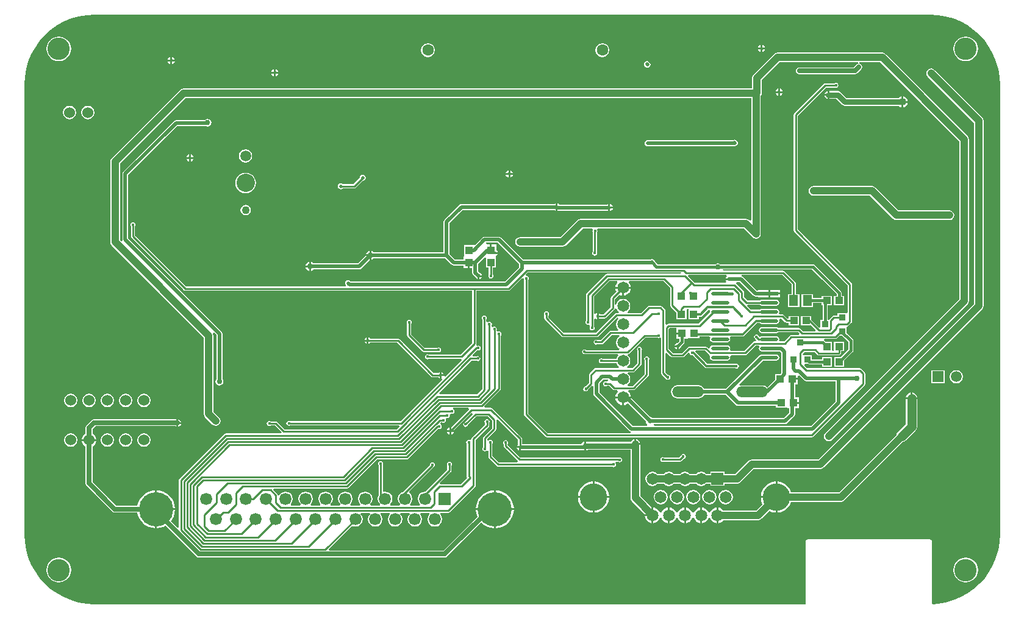
<source format=gbl>
G04 Layer_Physical_Order=2*
G04 Layer_Color=16711680*
%FSLAX25Y25*%
%MOIN*%
G70*
G01*
G75*
%ADD27R,0.04331X0.03937*%
%ADD37R,0.03937X0.04331*%
%ADD54C,0.02000*%
%ADD55C,0.01000*%
%ADD56C,0.02500*%
%ADD57C,0.05000*%
%ADD58C,0.04000*%
%ADD61C,0.01500*%
%ADD62C,0.03000*%
%ADD63C,0.01200*%
%ADD64C,0.06654*%
%ADD65R,0.06654X0.06654*%
%ADD66C,0.18740*%
%ADD67C,0.06000*%
%ADD68C,0.12205*%
%ADD69C,0.04331*%
%ADD70C,0.05906*%
%ADD71C,0.10000*%
%ADD72C,0.06500*%
%ADD73C,0.15000*%
%ADD74R,0.06500X0.06500*%
%ADD75C,0.05906*%
%ADD76R,0.05906X0.05906*%
%ADD77C,0.06299*%
%ADD78C,0.04000*%
%ADD79C,0.01500*%
%ADD80C,0.02000*%
%ADD81C,0.03000*%
%ADD82C,0.03500*%
%ADD83C,0.02500*%
%ADD84O,0.09843X0.01969*%
%ADD85R,0.09843X0.01969*%
%ADD86R,0.05118X0.05906*%
%ADD87R,0.03543X0.03740*%
%ADD88R,0.03543X0.03740*%
%ADD89R,0.03740X0.03543*%
%ADD90R,0.03740X0.03543*%
%ADD91O,0.17323X0.05906*%
G36*
X474585Y53357D02*
X478814Y52638D01*
X482935Y51451D01*
X486898Y49810D01*
X490653Y47735D01*
X494151Y45252D01*
X497349Y42394D01*
X500207Y39196D01*
X502690Y35698D01*
X504764Y31943D01*
X506406Y27981D01*
X507593Y23859D01*
X508312Y19630D01*
X508552Y15354D01*
X508551Y15347D01*
Y-230795D01*
X508552Y-230801D01*
X508312Y-235077D01*
X507593Y-239306D01*
X506406Y-243428D01*
X504764Y-247391D01*
X502690Y-251145D01*
X500207Y-254643D01*
X497349Y-257842D01*
X494151Y-260700D01*
X490653Y-263182D01*
X486898Y-265257D01*
X482935Y-266898D01*
X478814Y-268086D01*
X474585Y-268804D01*
X472005Y-268949D01*
X471424Y-268400D01*
Y-234732D01*
X471338Y-234302D01*
X471095Y-233939D01*
X470731Y-233695D01*
X470302Y-233610D01*
X403373D01*
X402944Y-233695D01*
X402580Y-233939D01*
X402337Y-234302D01*
X402251Y-234732D01*
Y-269043D01*
X13609D01*
X13602Y-269044D01*
X9326Y-268804D01*
X5098Y-268086D01*
X976Y-266898D01*
X-2987Y-265257D01*
X-6741Y-263182D01*
X-10239Y-260700D01*
X-13438Y-257842D01*
X-16296Y-254643D01*
X-18778Y-251145D01*
X-20853Y-247391D01*
X-22495Y-243428D01*
X-23682Y-239306D01*
X-24400Y-235077D01*
X-24641Y-230801D01*
X-24639Y-230795D01*
Y15347D01*
X-24641Y15354D01*
X-24400Y19630D01*
X-23682Y23859D01*
X-22495Y27981D01*
X-20853Y31943D01*
X-18778Y35698D01*
X-16296Y39196D01*
X-13438Y42394D01*
X-10239Y45252D01*
X-6741Y47735D01*
X-2987Y49810D01*
X976Y51451D01*
X5098Y52638D01*
X9326Y53357D01*
X13602Y53597D01*
X13609Y53596D01*
X470302D01*
X470309Y53597D01*
X474585Y53357D01*
D02*
G37*
%LPC*%
G36*
X58500Y-167814D02*
X13500D01*
X12778Y-167957D01*
X12166Y-168366D01*
X9366Y-171166D01*
X8957Y-171778D01*
X8814Y-172500D01*
Y-175703D01*
X7816Y-176370D01*
X6932Y-177693D01*
X6721Y-178753D01*
X14679D01*
X14468Y-177693D01*
X13584Y-176370D01*
X12586Y-175703D01*
Y-173281D01*
X14281Y-171586D01*
X57924D01*
X58220Y-171784D01*
X58500Y-171840D01*
Y-169900D01*
Y-167814D01*
D02*
G37*
G36*
X207700Y-172260D02*
X207420Y-172316D01*
X206758Y-172758D01*
X206316Y-173420D01*
X206260Y-173700D01*
X207700D01*
Y-172260D01*
D02*
G37*
G36*
X210140Y-174700D02*
X208700D01*
Y-176140D01*
X208980Y-176084D01*
X209642Y-175642D01*
X210084Y-174980D01*
X210140Y-174700D01*
D02*
G37*
G36*
X700Y-153929D02*
X-705Y-154209D01*
X-1895Y-155005D01*
X-2691Y-156195D01*
X-2970Y-157600D01*
X-2691Y-159005D01*
X-1895Y-160196D01*
X-705Y-160991D01*
X700Y-161270D01*
X2105Y-160991D01*
X3295Y-160196D01*
X4091Y-159005D01*
X4371Y-157600D01*
X4091Y-156195D01*
X3295Y-155005D01*
X2105Y-154209D01*
X700Y-153929D01*
D02*
G37*
G36*
X59500Y-167893D02*
Y-169400D01*
X60940D01*
X60884Y-169120D01*
X60865Y-169092D01*
X60843Y-168978D01*
X60434Y-168366D01*
X59822Y-167957D01*
X59500Y-167893D01*
D02*
G37*
G36*
X60940Y-170400D02*
X59500D01*
Y-171840D01*
X59780Y-171784D01*
X60442Y-171342D01*
X60884Y-170680D01*
X60940Y-170400D01*
D02*
G37*
G36*
X207700Y-174700D02*
X206260D01*
X206316Y-174980D01*
X206758Y-175642D01*
X207420Y-176084D01*
X207700Y-176140D01*
Y-174700D01*
D02*
G37*
G36*
X40700Y-175583D02*
X39295Y-175862D01*
X38105Y-176658D01*
X37309Y-177849D01*
X37029Y-179253D01*
X37309Y-180658D01*
X38105Y-181849D01*
X39295Y-182645D01*
X40700Y-182924D01*
X42105Y-182645D01*
X43295Y-181849D01*
X44091Y-180658D01*
X44370Y-179253D01*
X44091Y-177849D01*
X43295Y-176658D01*
X42105Y-175862D01*
X40700Y-175583D01*
D02*
G37*
G36*
X30700D02*
X29295Y-175862D01*
X28104Y-176658D01*
X27309Y-177849D01*
X27029Y-179253D01*
X27309Y-180658D01*
X28104Y-181849D01*
X29295Y-182645D01*
X30700Y-182924D01*
X32105Y-182645D01*
X33296Y-181849D01*
X34091Y-180658D01*
X34370Y-179253D01*
X34091Y-177849D01*
X33296Y-176658D01*
X32105Y-175862D01*
X30700Y-175583D01*
D02*
G37*
G36*
X20700D02*
X19295Y-175862D01*
X18104Y-176658D01*
X17309Y-177849D01*
X17030Y-179253D01*
X17309Y-180658D01*
X18104Y-181849D01*
X19295Y-182645D01*
X20700Y-182924D01*
X22105Y-182645D01*
X23295Y-181849D01*
X24091Y-180658D01*
X24371Y-179253D01*
X24091Y-177849D01*
X23295Y-176658D01*
X22105Y-175862D01*
X20700Y-175583D01*
D02*
G37*
G36*
X444200Y32751D02*
X386900D01*
X385886Y32549D01*
X385026Y31975D01*
X373925Y20875D01*
X373351Y20015D01*
X373149Y19000D01*
Y13151D01*
X62300D01*
X62300Y13151D01*
X61286Y12949D01*
X60426Y12375D01*
X23025Y-25025D01*
X22451Y-25885D01*
X22249Y-26900D01*
Y-70900D01*
X22451Y-71914D01*
X23025Y-72774D01*
X73349Y-123098D01*
Y-164900D01*
X73551Y-165914D01*
X74125Y-166774D01*
X78026Y-170675D01*
X78886Y-171249D01*
X79900Y-171451D01*
X80914Y-171249D01*
X81774Y-170675D01*
X82349Y-169815D01*
X82551Y-168800D01*
X82349Y-167786D01*
X81774Y-166926D01*
X78651Y-163802D01*
Y-122000D01*
X78449Y-120985D01*
X78252Y-120690D01*
X78873Y-120180D01*
X80369Y-121676D01*
Y-145862D01*
X80022Y-146381D01*
X79859Y-147200D01*
X80022Y-148019D01*
X80486Y-148714D01*
X81181Y-149178D01*
X82000Y-149341D01*
X82819Y-149178D01*
X83514Y-148714D01*
X83978Y-148019D01*
X84141Y-147200D01*
X83978Y-146381D01*
X83631Y-145862D01*
Y-121000D01*
X83507Y-120376D01*
X83153Y-119846D01*
X32131Y-68824D01*
Y-34176D01*
X58876Y-7431D01*
X74461D01*
X74681Y-7578D01*
X75500Y-7741D01*
X76319Y-7578D01*
X77014Y-7114D01*
X77478Y-6419D01*
X77641Y-5600D01*
X77478Y-4781D01*
X77014Y-4086D01*
X76319Y-3622D01*
X75500Y-3459D01*
X74681Y-3622D01*
X73986Y-4086D01*
X73931Y-4169D01*
X58200D01*
X57576Y-4293D01*
X57047Y-4646D01*
X29346Y-32346D01*
X28993Y-32876D01*
X28869Y-33500D01*
Y-69500D01*
X28993Y-70124D01*
X28348Y-70599D01*
X27551Y-69802D01*
Y-27998D01*
X63398Y7849D01*
X372549D01*
Y-58855D01*
X371810Y-59161D01*
X371574Y-58925D01*
X370714Y-58351D01*
X369700Y-58149D01*
X279500D01*
X279500Y-58149D01*
X278485Y-58351D01*
X277625Y-58925D01*
X277625Y-58925D01*
X268402Y-68149D01*
X246300D01*
X245286Y-68351D01*
X244426Y-68925D01*
X243851Y-69785D01*
X243649Y-70800D01*
X243851Y-71815D01*
X244426Y-72675D01*
X245286Y-73249D01*
X246300Y-73451D01*
X269500D01*
X270514Y-73249D01*
X271375Y-72675D01*
X280598Y-63451D01*
X285608D01*
X286010Y-64251D01*
X285928Y-64373D01*
X285823Y-64900D01*
X285928Y-65427D01*
X285979Y-65502D01*
Y-76188D01*
X285828Y-76413D01*
X285723Y-76939D01*
X285828Y-77466D01*
X286127Y-77913D01*
X286573Y-78211D01*
X287100Y-78316D01*
X287627Y-78211D01*
X288073Y-77913D01*
X288372Y-77466D01*
X288476Y-76939D01*
X288372Y-76413D01*
X288222Y-76188D01*
Y-65801D01*
X288472Y-65427D01*
X288577Y-64900D01*
X288472Y-64373D01*
X288390Y-64251D01*
X288792Y-63451D01*
X368602D01*
X373325Y-68174D01*
X373325Y-68174D01*
X374185Y-68749D01*
X375200Y-68951D01*
X376215Y-68749D01*
X377075Y-68174D01*
X377649Y-67314D01*
X377851Y-66300D01*
Y9290D01*
X378249Y9886D01*
X378451Y10900D01*
X378451Y10900D01*
Y17902D01*
X387998Y27449D01*
X431134D01*
X431213Y26649D01*
X430678Y26543D01*
X430066Y26134D01*
X428619Y24686D01*
X398900D01*
X398178Y24543D01*
X397566Y24134D01*
X397157Y23522D01*
X397014Y22800D01*
X397157Y22078D01*
X397566Y21466D01*
X398178Y21057D01*
X398900Y20914D01*
X429400D01*
X430122Y21057D01*
X430734Y21466D01*
X432734Y23466D01*
X433143Y24078D01*
X433286Y24800D01*
X433143Y25522D01*
X432734Y26134D01*
X432122Y26543D01*
X431587Y26649D01*
X431666Y27449D01*
X443102D01*
X486349Y-15798D01*
Y-102002D01*
X413026Y-175326D01*
X412451Y-176186D01*
X412249Y-177200D01*
X412451Y-178215D01*
X413026Y-179075D01*
X413885Y-179649D01*
X414900Y-179851D01*
X415914Y-179649D01*
X416775Y-179075D01*
X490874Y-104974D01*
X490874Y-104974D01*
X491449Y-104114D01*
X491651Y-103100D01*
Y-14700D01*
X491651Y-14700D01*
X491449Y-13686D01*
X490874Y-12825D01*
X446074Y31975D01*
X445215Y32549D01*
X444200Y32751D01*
D02*
G37*
G36*
X308700Y-178751D02*
X308225Y-178845D01*
X307398Y-179398D01*
X306845Y-180225D01*
X306838Y-180259D01*
X283295D01*
X282976Y-180045D01*
X282500Y-179950D01*
Y-182400D01*
Y-184850D01*
X282976Y-184755D01*
X283295Y-184541D01*
X306649D01*
Y-210916D01*
X306851Y-211931D01*
X307425Y-212791D01*
X314471Y-219836D01*
X314463Y-219900D01*
X318183D01*
Y-216051D01*
X311951Y-209818D01*
Y-181700D01*
X309200D01*
Y-181200D01*
X308700D01*
Y-178751D01*
D02*
G37*
G36*
X309700D02*
Y-180700D01*
X311812D01*
X311749Y-180385D01*
X311175Y-179525D01*
X311018Y-179421D01*
X311002Y-179398D01*
X310175Y-178845D01*
X309700Y-178751D01*
D02*
G37*
G36*
X10700Y-153929D02*
X9295Y-154209D01*
X8105Y-155005D01*
X7309Y-156195D01*
X7029Y-157600D01*
X7309Y-159005D01*
X8105Y-160196D01*
X9295Y-160991D01*
X10700Y-161270D01*
X12105Y-160991D01*
X13295Y-160196D01*
X14091Y-159005D01*
X14370Y-157600D01*
X14091Y-156195D01*
X13295Y-155005D01*
X12105Y-154209D01*
X10700Y-153929D01*
D02*
G37*
G36*
X185600Y-113424D02*
X185073Y-113528D01*
X184627Y-113827D01*
X184328Y-114273D01*
X184224Y-114800D01*
X184328Y-115327D01*
X184478Y-115551D01*
Y-121800D01*
X184478Y-121800D01*
X184564Y-122229D01*
X184807Y-122593D01*
X192907Y-130693D01*
X193271Y-130936D01*
X193700Y-131022D01*
X193700Y-131022D01*
X201049D01*
X201273Y-131172D01*
X201800Y-131276D01*
X202327Y-131172D01*
X202773Y-130873D01*
X203072Y-130427D01*
X203176Y-129900D01*
X203072Y-129373D01*
X202773Y-128927D01*
X202327Y-128628D01*
X201800Y-128524D01*
X201273Y-128628D01*
X201049Y-128778D01*
X194165D01*
X186722Y-121335D01*
Y-115551D01*
X186872Y-115327D01*
X186976Y-114800D01*
X186872Y-114273D01*
X186573Y-113827D01*
X186127Y-113528D01*
X185600Y-113424D01*
D02*
G37*
G36*
X203321Y-141995D02*
Y-143180D01*
X204505D01*
X204469Y-142997D01*
X204082Y-142418D01*
X203503Y-142031D01*
X203321Y-141995D01*
D02*
G37*
G36*
X163500Y-123115D02*
Y-124800D01*
Y-126485D01*
X163683Y-126449D01*
X164262Y-126062D01*
X164355Y-125922D01*
X179135D01*
X197686Y-144473D01*
X197687Y-144473D01*
X198050Y-144716D01*
X198479Y-144801D01*
X198480Y-144801D01*
X201465D01*
X201559Y-144941D01*
X202138Y-145328D01*
X202321Y-145364D01*
Y-143679D01*
Y-141995D01*
X202138Y-142031D01*
X201559Y-142418D01*
X201465Y-142558D01*
X198944D01*
X180393Y-124007D01*
X180029Y-123764D01*
X179600Y-123678D01*
X179600Y-123678D01*
X164355D01*
X164262Y-123538D01*
X163683Y-123152D01*
X163500Y-123115D01*
D02*
G37*
G36*
X162500D02*
X162317Y-123152D01*
X161738Y-123538D01*
X161352Y-124117D01*
X161315Y-124300D01*
X162500D01*
Y-123115D01*
D02*
G37*
G36*
Y-125300D02*
X161315D01*
X161352Y-125483D01*
X161738Y-126062D01*
X162317Y-126449D01*
X162500Y-126485D01*
Y-125300D01*
D02*
G37*
G36*
X332000Y-128400D02*
X330815D01*
X330852Y-128583D01*
X331238Y-129162D01*
X331817Y-129549D01*
X332000Y-129585D01*
Y-128400D01*
D02*
G37*
G36*
X478253Y-141047D02*
X471147D01*
Y-148153D01*
X478253D01*
Y-141047D01*
D02*
G37*
G36*
X40700Y-153929D02*
X39295Y-154209D01*
X38105Y-155005D01*
X37309Y-156195D01*
X37029Y-157600D01*
X37309Y-159005D01*
X38105Y-160196D01*
X39295Y-160991D01*
X40700Y-161270D01*
X42105Y-160991D01*
X43295Y-160196D01*
X44091Y-159005D01*
X44370Y-157600D01*
X44091Y-156195D01*
X43295Y-155005D01*
X42105Y-154209D01*
X40700Y-153929D01*
D02*
G37*
G36*
X30700D02*
X29295Y-154209D01*
X28104Y-155005D01*
X27309Y-156195D01*
X27029Y-157600D01*
X27309Y-159005D01*
X28104Y-160196D01*
X29295Y-160991D01*
X30700Y-161270D01*
X32105Y-160991D01*
X33296Y-160196D01*
X34091Y-159005D01*
X34370Y-157600D01*
X34091Y-156195D01*
X33296Y-155005D01*
X32105Y-154209D01*
X30700Y-153929D01*
D02*
G37*
G36*
X20700D02*
X19295Y-154209D01*
X18104Y-155005D01*
X17309Y-156195D01*
X17030Y-157600D01*
X17309Y-159005D01*
X18104Y-160196D01*
X19295Y-160991D01*
X20700Y-161270D01*
X22105Y-160991D01*
X23295Y-160196D01*
X24091Y-159005D01*
X24371Y-157600D01*
X24091Y-156195D01*
X23295Y-155005D01*
X22105Y-154209D01*
X20700Y-153929D01*
D02*
G37*
G36*
X484700Y-140978D02*
X483314Y-141253D01*
X482139Y-142039D01*
X481353Y-143214D01*
X481078Y-144600D01*
X481353Y-145986D01*
X482139Y-147161D01*
X483314Y-147947D01*
X484700Y-148222D01*
X486086Y-147947D01*
X487261Y-147161D01*
X488047Y-145986D01*
X488322Y-144600D01*
X488047Y-143214D01*
X487261Y-142039D01*
X486086Y-141253D01*
X484700Y-140978D01*
D02*
G37*
G36*
X460700Y-153239D02*
Y-155800D01*
X463261D01*
X463120Y-155090D01*
X462435Y-154065D01*
X461410Y-153380D01*
X460700Y-153239D01*
D02*
G37*
G36*
X459700D02*
X458990Y-153380D01*
X457965Y-154065D01*
X457280Y-155090D01*
X457139Y-155800D01*
X459700D01*
Y-153239D01*
D02*
G37*
G36*
X700Y-175583D02*
X-705Y-175862D01*
X-1895Y-176658D01*
X-2691Y-177849D01*
X-2970Y-179253D01*
X-2691Y-180658D01*
X-1895Y-181849D01*
X-705Y-182645D01*
X700Y-182924D01*
X2105Y-182645D01*
X3295Y-181849D01*
X4091Y-180658D01*
X4371Y-179253D01*
X4091Y-177849D01*
X3295Y-176658D01*
X2105Y-175862D01*
X700Y-175583D01*
D02*
G37*
G36*
X285900Y-210900D02*
X277892D01*
X278119Y-212619D01*
X278975Y-214687D01*
X280338Y-216462D01*
X282113Y-217825D01*
X284181Y-218681D01*
X285900Y-218907D01*
Y-210900D01*
D02*
G37*
G36*
X327042Y-216179D02*
X326432Y-216259D01*
X325398Y-216688D01*
X324511Y-217369D01*
X323829Y-218257D01*
X323546Y-218942D01*
X322680D01*
X322396Y-218257D01*
X321715Y-217369D01*
X320827Y-216688D01*
X319793Y-216259D01*
X319183Y-216179D01*
Y-220400D01*
Y-224621D01*
X319793Y-224541D01*
X320827Y-224112D01*
X321715Y-223431D01*
X322396Y-222543D01*
X322680Y-221858D01*
X323546D01*
X323829Y-222543D01*
X324511Y-223431D01*
X325398Y-224112D01*
X326432Y-224541D01*
X327042Y-224621D01*
Y-220400D01*
Y-216179D01*
D02*
G37*
G36*
X353616D02*
X353007Y-216259D01*
X351973Y-216688D01*
X351085Y-217369D01*
X350404Y-218257D01*
X350120Y-218942D01*
X349254D01*
X348971Y-218257D01*
X348289Y-217369D01*
X347402Y-216688D01*
X346368Y-216259D01*
X345758Y-216179D01*
Y-220400D01*
Y-224621D01*
X346368Y-224541D01*
X347402Y-224112D01*
X348289Y-223431D01*
X348971Y-222543D01*
X349254Y-221858D01*
X350120D01*
X350404Y-222543D01*
X351085Y-223431D01*
X351973Y-224112D01*
X353007Y-224541D01*
X353616Y-224621D01*
Y-220400D01*
Y-216179D01*
D02*
G37*
G36*
X47778Y-206627D02*
Y-216498D01*
X57649D01*
X57498Y-214966D01*
X56905Y-213011D01*
X55942Y-211209D01*
X54646Y-209630D01*
X53067Y-208334D01*
X51266Y-207371D01*
X49311Y-206778D01*
X47778Y-206627D01*
D02*
G37*
G36*
X385900Y-210900D02*
X377892D01*
X378119Y-212619D01*
X378826Y-214325D01*
X375402Y-217749D01*
X357439D01*
X357148Y-217369D01*
X356260Y-216688D01*
X355226Y-216259D01*
X354616Y-216179D01*
Y-220400D01*
Y-224621D01*
X355226Y-224541D01*
X356260Y-224112D01*
X357148Y-223431D01*
X357439Y-223051D01*
X376500D01*
X377515Y-222849D01*
X378375Y-222274D01*
X382616Y-218033D01*
X384181Y-218681D01*
X385900Y-218907D01*
Y-210900D01*
D02*
G37*
G36*
X294907D02*
X286900D01*
Y-218907D01*
X288619Y-218681D01*
X290687Y-217825D01*
X292462Y-216462D01*
X293825Y-214687D01*
X294681Y-212619D01*
X294907Y-210900D01*
D02*
G37*
G36*
X344758Y-216179D02*
X344149Y-216259D01*
X343115Y-216688D01*
X342227Y-217369D01*
X341546Y-218257D01*
X341262Y-218942D01*
X340396D01*
X340112Y-218257D01*
X339431Y-217369D01*
X338543Y-216688D01*
X337509Y-216259D01*
X336900Y-216179D01*
Y-220400D01*
Y-224621D01*
X337509Y-224541D01*
X338543Y-224112D01*
X339431Y-223431D01*
X340112Y-222543D01*
X340396Y-221858D01*
X341262D01*
X341546Y-222543D01*
X342227Y-223431D01*
X343115Y-224112D01*
X344149Y-224541D01*
X344758Y-224621D01*
Y-220400D01*
Y-216179D01*
D02*
G37*
G36*
X14679Y-179753D02*
X6721D01*
X6932Y-180814D01*
X7816Y-182137D01*
X8814Y-182804D01*
Y-202900D01*
X8957Y-203622D01*
X9366Y-204234D01*
X23465Y-218332D01*
X24077Y-218741D01*
X24798Y-218885D01*
X37043D01*
X37058Y-219031D01*
X37651Y-220986D01*
X38614Y-222788D01*
X39910Y-224367D01*
X41489Y-225663D01*
X43290Y-226625D01*
X45245Y-227219D01*
X46778Y-227369D01*
Y-216998D01*
Y-206627D01*
X45245Y-206778D01*
X43290Y-207371D01*
X41489Y-208334D01*
X39910Y-209630D01*
X38614Y-211209D01*
X37651Y-213011D01*
X37058Y-214966D01*
X37043Y-215112D01*
X25580D01*
X12586Y-202119D01*
Y-182804D01*
X13584Y-182137D01*
X14468Y-180814D01*
X14679Y-179753D01*
D02*
G37*
G36*
X489789Y-243522D02*
X488039Y-243752D01*
X486409Y-244427D01*
X485009Y-245502D01*
X483934Y-246902D01*
X483259Y-248532D01*
X483029Y-250282D01*
X483259Y-252032D01*
X483934Y-253662D01*
X485009Y-255062D01*
X486409Y-256136D01*
X488039Y-256812D01*
X489789Y-257042D01*
X491539Y-256812D01*
X493169Y-256136D01*
X494569Y-255062D01*
X495644Y-253662D01*
X496319Y-252032D01*
X496549Y-250282D01*
X496319Y-248532D01*
X495644Y-246902D01*
X494569Y-245502D01*
X493169Y-244427D01*
X491539Y-243752D01*
X489789Y-243522D01*
D02*
G37*
G36*
X-5876D02*
X-7626Y-243752D01*
X-9257Y-244427D01*
X-10657Y-245502D01*
X-11731Y-246902D01*
X-12406Y-248532D01*
X-12637Y-250282D01*
X-12406Y-252032D01*
X-11731Y-253662D01*
X-10657Y-255062D01*
X-9257Y-256136D01*
X-7626Y-256812D01*
X-5876Y-257042D01*
X-4127Y-256812D01*
X-2496Y-256136D01*
X-1096Y-255062D01*
X-22Y-253662D01*
X654Y-252032D01*
X884Y-250282D01*
X654Y-248532D01*
X-22Y-246902D01*
X-1096Y-245502D01*
X-2496Y-244427D01*
X-4127Y-243752D01*
X-5876Y-243522D01*
D02*
G37*
G36*
X335900Y-216179D02*
X335291Y-216259D01*
X334257Y-216688D01*
X333369Y-217369D01*
X332688Y-218257D01*
X332404Y-218942D01*
X331538D01*
X331254Y-218257D01*
X330573Y-217369D01*
X329685Y-216688D01*
X328651Y-216259D01*
X328042Y-216179D01*
Y-220400D01*
Y-224621D01*
X328651Y-224541D01*
X329685Y-224112D01*
X330573Y-223431D01*
X331254Y-222543D01*
X331538Y-221858D01*
X332404D01*
X332688Y-222543D01*
X333369Y-223431D01*
X334257Y-224112D01*
X335291Y-224541D01*
X335900Y-224621D01*
Y-220400D01*
Y-216179D01*
D02*
G37*
G36*
X318183Y-220900D02*
X314463D01*
X314543Y-221510D01*
X314971Y-222543D01*
X315652Y-223431D01*
X316540Y-224112D01*
X317574Y-224541D01*
X318183Y-224621D01*
Y-220900D01*
D02*
G37*
G36*
X242893Y-217498D02*
X233022D01*
Y-227369D01*
X234555Y-227219D01*
X236510Y-226625D01*
X238311Y-225663D01*
X239890Y-224367D01*
X241186Y-222788D01*
X242149Y-220986D01*
X242742Y-219031D01*
X242893Y-217498D01*
D02*
G37*
G36*
X232022Y-206627D02*
X230489Y-206778D01*
X228534Y-207371D01*
X226733Y-208334D01*
X225154Y-209630D01*
X223858Y-211209D01*
X222895Y-213011D01*
X222302Y-214966D01*
X222151Y-216498D01*
X232022D01*
Y-206627D01*
D02*
G37*
G36*
X463361Y-156800D02*
X457039D01*
Y-170516D01*
X452678Y-174878D01*
X451993Y-175903D01*
X451898Y-176378D01*
X420527Y-207749D01*
X394502D01*
X393825Y-206113D01*
X392462Y-204338D01*
X390687Y-202975D01*
X388619Y-202119D01*
X386900Y-201892D01*
Y-210400D01*
Y-218907D01*
X388619Y-218681D01*
X390687Y-217825D01*
X392462Y-216462D01*
X393825Y-214687D01*
X394502Y-213051D01*
X421625D01*
X422640Y-212849D01*
X423500Y-212275D01*
X455647Y-180127D01*
X456122Y-180033D01*
X457148Y-179348D01*
X462435Y-174060D01*
X463120Y-173035D01*
X463361Y-171825D01*
Y-156800D01*
D02*
G37*
G36*
X385900Y-201892D02*
X384181Y-202119D01*
X382113Y-202975D01*
X380338Y-204338D01*
X378975Y-206113D01*
X378119Y-208181D01*
X377892Y-209900D01*
X385900D01*
Y-201892D01*
D02*
G37*
G36*
X286900D02*
Y-209900D01*
X294907D01*
X294681Y-208181D01*
X293825Y-206113D01*
X292462Y-204338D01*
X290687Y-202975D01*
X288619Y-202119D01*
X286900Y-201892D01*
D02*
G37*
G36*
X245700Y-183600D02*
X244515D01*
X244551Y-183783D01*
X244938Y-184362D01*
X245517Y-184748D01*
X245700Y-184785D01*
Y-183600D01*
D02*
G37*
G36*
X335500Y-186824D02*
X334973Y-186928D01*
X334527Y-187227D01*
X334228Y-187673D01*
X334176Y-187938D01*
X333335Y-188778D01*
X325051D01*
X324827Y-188628D01*
X324300Y-188524D01*
X323773Y-188628D01*
X323327Y-188927D01*
X323028Y-189373D01*
X322923Y-189900D01*
X323028Y-190427D01*
X323327Y-190873D01*
X323773Y-191172D01*
X324300Y-191276D01*
X324827Y-191172D01*
X325051Y-191022D01*
X333800D01*
X333800Y-191022D01*
X334229Y-190936D01*
X334593Y-190693D01*
X335762Y-189524D01*
X336027Y-189472D01*
X336473Y-189173D01*
X336772Y-188727D01*
X336877Y-188200D01*
X336772Y-187673D01*
X336473Y-187227D01*
X336027Y-186928D01*
X335500Y-186824D01*
D02*
G37*
G36*
X470900Y24151D02*
X469885Y23949D01*
X469026Y23374D01*
X468451Y22514D01*
X468249Y21500D01*
X468451Y20485D01*
X469026Y19625D01*
X494349Y-5698D01*
Y-104702D01*
X409302Y-189749D01*
X372900D01*
X371885Y-189951D01*
X371025Y-190525D01*
X363802Y-197749D01*
X357966D01*
Y-196550D01*
X350267D01*
Y-197749D01*
X348117D01*
X348034Y-197624D01*
X346761Y-196773D01*
X345258Y-196475D01*
X343756Y-196773D01*
X342483Y-197624D01*
X342399Y-197749D01*
X339259D01*
X339176Y-197624D01*
X337902Y-196773D01*
X336400Y-196475D01*
X334898Y-196773D01*
X333624Y-197624D01*
X333541Y-197749D01*
X330401D01*
X330317Y-197624D01*
X329044Y-196773D01*
X327542Y-196475D01*
X326040Y-196773D01*
X324766Y-197624D01*
X324683Y-197749D01*
X321543D01*
X321459Y-197624D01*
X320186Y-196773D01*
X318684Y-196475D01*
X317181Y-196773D01*
X315908Y-197624D01*
X315057Y-198898D01*
X314758Y-200400D01*
X315057Y-201902D01*
X315908Y-203176D01*
X317181Y-204027D01*
X318684Y-204325D01*
X320186Y-204027D01*
X321459Y-203176D01*
X321543Y-203051D01*
X324683D01*
X324766Y-203176D01*
X326040Y-204027D01*
X327542Y-204325D01*
X329044Y-204027D01*
X330317Y-203176D01*
X330401Y-203051D01*
X333541D01*
X333624Y-203176D01*
X334898Y-204027D01*
X336400Y-204325D01*
X337902Y-204027D01*
X339176Y-203176D01*
X339259Y-203051D01*
X342399D01*
X342483Y-203176D01*
X343756Y-204027D01*
X345258Y-204325D01*
X346761Y-204027D01*
X348034Y-203176D01*
X348117Y-203051D01*
X350267D01*
Y-204250D01*
X357966D01*
Y-203051D01*
X364900D01*
X365915Y-202849D01*
X366775Y-202274D01*
X373998Y-195051D01*
X410400D01*
X411414Y-194849D01*
X412275Y-194274D01*
X498875Y-107675D01*
X498875Y-107675D01*
X499449Y-106815D01*
X499651Y-105800D01*
Y-4600D01*
X499449Y-3585D01*
X498875Y-2726D01*
X498875Y-2726D01*
X472775Y23374D01*
X471914Y23949D01*
X470900Y24151D01*
D02*
G37*
G36*
X285900Y-201892D02*
X284181Y-202119D01*
X282113Y-202975D01*
X280338Y-204338D01*
X278975Y-206113D01*
X278119Y-208181D01*
X277892Y-209900D01*
X285900D01*
Y-201892D01*
D02*
G37*
G36*
X332042Y-206475D02*
X330539Y-206773D01*
X329266Y-207624D01*
X328415Y-208898D01*
X328116Y-210400D01*
X328415Y-211902D01*
X329266Y-213176D01*
X330539Y-214027D01*
X332042Y-214325D01*
X333544Y-214027D01*
X334817Y-213176D01*
X335668Y-211902D01*
X335967Y-210400D01*
X335668Y-208898D01*
X334817Y-207624D01*
X333544Y-206773D01*
X332042Y-206475D01*
D02*
G37*
G36*
X323183D02*
X321681Y-206773D01*
X320408Y-207624D01*
X319557Y-208898D01*
X319258Y-210400D01*
X319557Y-211902D01*
X320408Y-213176D01*
X321681Y-214027D01*
X323183Y-214325D01*
X324686Y-214027D01*
X325959Y-213176D01*
X326810Y-211902D01*
X327109Y-210400D01*
X326810Y-208898D01*
X325959Y-207624D01*
X324686Y-206773D01*
X323183Y-206475D01*
D02*
G37*
G36*
X233022Y-206627D02*
Y-216498D01*
X242893D01*
X242742Y-214966D01*
X242149Y-213011D01*
X241186Y-211209D01*
X239890Y-209630D01*
X238311Y-208334D01*
X236510Y-207371D01*
X234555Y-206778D01*
X233022Y-206627D01*
D02*
G37*
G36*
X358617Y-206475D02*
X357114Y-206773D01*
X355841Y-207624D01*
X354990Y-208898D01*
X354691Y-210400D01*
X354990Y-211902D01*
X355841Y-213176D01*
X357114Y-214027D01*
X358617Y-214325D01*
X360119Y-214027D01*
X361392Y-213176D01*
X362243Y-211902D01*
X362542Y-210400D01*
X362243Y-208898D01*
X361392Y-207624D01*
X360119Y-206773D01*
X358617Y-206475D01*
D02*
G37*
G36*
X349758D02*
X348256Y-206773D01*
X346983Y-207624D01*
X346132Y-208898D01*
X345833Y-210400D01*
X346132Y-211902D01*
X346983Y-213176D01*
X348256Y-214027D01*
X349758Y-214325D01*
X351260Y-214027D01*
X352534Y-213176D01*
X353385Y-211902D01*
X353684Y-210400D01*
X353385Y-208898D01*
X352534Y-207624D01*
X351260Y-206773D01*
X349758Y-206475D01*
D02*
G37*
G36*
X340900D02*
X339398Y-206773D01*
X338124Y-207624D01*
X337273Y-208898D01*
X336975Y-210400D01*
X337273Y-211902D01*
X338124Y-213176D01*
X339398Y-214027D01*
X340900Y-214325D01*
X342402Y-214027D01*
X343676Y-213176D01*
X344527Y-211902D01*
X344825Y-210400D01*
X344527Y-208898D01*
X343676Y-207624D01*
X342402Y-206773D01*
X340900Y-206475D01*
D02*
G37*
G36*
X388293Y-99500D02*
X382872D01*
Y-100984D01*
X388293D01*
Y-99500D01*
D02*
G37*
G36*
X387300Y13140D02*
X387020Y13084D01*
X386358Y12642D01*
X385916Y11980D01*
X385860Y11700D01*
X387300D01*
Y13140D01*
D02*
G37*
G36*
X414300Y11642D02*
X413981Y11578D01*
X413286Y11114D01*
X412822Y10419D01*
X412758Y10100D01*
X414300D01*
Y11642D01*
D02*
G37*
G36*
X389740Y10700D02*
X388300D01*
Y9260D01*
X388580Y9316D01*
X389242Y9758D01*
X389684Y10420D01*
X389740Y10700D01*
D02*
G37*
G36*
X388300Y13140D02*
Y11700D01*
X389740D01*
X389684Y11980D01*
X389242Y12642D01*
X388580Y13084D01*
X388300Y13140D01*
D02*
G37*
G36*
X114140Y21300D02*
X112700D01*
Y19860D01*
X112980Y19916D01*
X113642Y20358D01*
X114084Y21020D01*
X114140Y21300D01*
D02*
G37*
G36*
X111700D02*
X110260D01*
X110316Y21020D01*
X110758Y20358D01*
X111420Y19916D01*
X111700Y19860D01*
Y21300D01*
D02*
G37*
G36*
X418900Y16176D02*
X418373Y16072D01*
X418149Y15922D01*
X412900D01*
X412900Y15922D01*
X412471Y15836D01*
X412107Y15593D01*
X412107Y15593D01*
X396107Y-407D01*
X395864Y-771D01*
X395778Y-1200D01*
X395778Y-1200D01*
Y-64400D01*
X395778Y-64400D01*
X395864Y-64829D01*
X396107Y-65193D01*
X425378Y-94465D01*
Y-109504D01*
X424696Y-109788D01*
X424696Y-109788D01*
Y-109788D01*
X424696Y-109788D01*
X419756D01*
Y-111038D01*
X417840D01*
X417840Y-111038D01*
X417411Y-111124D01*
X417047Y-111367D01*
X417047Y-111367D01*
X415393Y-113021D01*
X415150Y-113385D01*
X414350Y-113302D01*
Y-105468D01*
X416655D01*
Y-100331D01*
X411124D01*
Y-101524D01*
X406499D01*
Y-99347D01*
X400181D01*
Y-106453D01*
X406499D01*
Y-104276D01*
X411124D01*
Y-105468D01*
X411597D01*
Y-113528D01*
X410504D01*
Y-117308D01*
X409704Y-117639D01*
X405348Y-113283D01*
Y-111331D01*
X399817D01*
Y-116469D01*
X405348D01*
X405348Y-116469D01*
Y-116469D01*
X405890Y-116998D01*
X407853Y-118961D01*
X407547Y-119700D01*
X400872D01*
X399378Y-118207D01*
X399015Y-117964D01*
X398585Y-117878D01*
X398585Y-117878D01*
X387465D01*
X387451Y-117858D01*
X386927Y-117508D01*
X386309Y-117385D01*
X378435D01*
X377817Y-117508D01*
X377292Y-117858D01*
X376942Y-118382D01*
X376819Y-119000D01*
X376942Y-119618D01*
X377292Y-120142D01*
X377817Y-120492D01*
X378435Y-120615D01*
X386309D01*
X386927Y-120492D01*
X387451Y-120142D01*
X387465Y-120122D01*
X398121D01*
X398882Y-120882D01*
X398550Y-121682D01*
X394496D01*
X394067Y-121768D01*
X393703Y-122011D01*
X393703Y-122011D01*
X390535Y-125178D01*
X388389D01*
X388224Y-125021D01*
X387849Y-124378D01*
X387924Y-124000D01*
X387801Y-123382D01*
X387451Y-122858D01*
X386927Y-122508D01*
X386309Y-122385D01*
X378435D01*
X377817Y-122508D01*
X377525Y-122702D01*
X376792Y-122276D01*
X376772Y-122173D01*
X376473Y-121727D01*
X376027Y-121428D01*
X375500Y-121324D01*
X374973Y-121428D01*
X374527Y-121727D01*
X374228Y-122173D01*
X374124Y-122700D01*
X374228Y-123227D01*
X374527Y-123673D01*
X374973Y-123972D01*
X375223Y-124378D01*
X374793Y-125178D01*
X374500D01*
X374071Y-125264D01*
X373707Y-125507D01*
X373707Y-125507D01*
X368735Y-130478D01*
X361417D01*
X360989Y-129678D01*
X361029Y-129618D01*
X361152Y-129000D01*
X361029Y-128382D01*
X360679Y-127858D01*
X360155Y-127508D01*
X359537Y-127385D01*
X351663D01*
X351045Y-127508D01*
X350521Y-127858D01*
X350171Y-128382D01*
X350093Y-128775D01*
X349464Y-129068D01*
X349276Y-129090D01*
X348493Y-128307D01*
X348129Y-128064D01*
X347700Y-127978D01*
X347700Y-127978D01*
X338800D01*
X338800Y-127978D01*
X338371Y-128064D01*
X338007Y-128307D01*
X334635Y-131678D01*
X329765D01*
X327322Y-129235D01*
Y-118365D01*
X327865Y-117822D01*
X330846D01*
X331642Y-117832D01*
X331642Y-118622D01*
Y-120300D01*
X334807D01*
Y-121300D01*
X331642D01*
Y-123768D01*
X333431D01*
Y-125023D01*
X332297Y-126156D01*
X331817Y-126251D01*
X331238Y-126638D01*
X330852Y-127217D01*
X330815Y-127400D01*
X332500D01*
Y-127900D01*
X333000D01*
Y-129585D01*
X333183Y-129549D01*
X333762Y-129162D01*
X334149Y-128583D01*
X334244Y-128103D01*
X335780Y-126566D01*
X336079Y-126120D01*
X336184Y-125593D01*
Y-123768D01*
X337972D01*
Y-123460D01*
X338735Y-123369D01*
X338773Y-123369D01*
X344265D01*
Y-122508D01*
X349793D01*
X350220Y-123308D01*
X350171Y-123382D01*
X350048Y-124000D01*
X350171Y-124618D01*
X350521Y-125142D01*
X351045Y-125492D01*
X351663Y-125615D01*
X359537D01*
X360155Y-125492D01*
X360679Y-125142D01*
X361029Y-124618D01*
X361152Y-124000D01*
X361029Y-123382D01*
X360980Y-123308D01*
X361407Y-122508D01*
X367916D01*
X368384Y-122415D01*
X368781Y-122149D01*
X375707Y-115224D01*
X377414D01*
X377817Y-115492D01*
X378435Y-115615D01*
X386309D01*
X386927Y-115492D01*
X387451Y-115142D01*
X387801Y-114618D01*
X387924Y-114000D01*
X387829Y-113522D01*
X388103Y-112999D01*
X388322Y-112722D01*
X389135D01*
X391107Y-114693D01*
X391107Y-114693D01*
X391471Y-114936D01*
X391900Y-115022D01*
X391900Y-115022D01*
X393124D01*
Y-116469D01*
X398655D01*
Y-111331D01*
X393124D01*
Y-112681D01*
X392324Y-112738D01*
X390393Y-110807D01*
X390029Y-110564D01*
X389600Y-110478D01*
X389600Y-110478D01*
X388188D01*
X387761Y-109678D01*
X387801Y-109618D01*
X387924Y-109000D01*
X387801Y-108382D01*
X387451Y-107858D01*
X386927Y-107508D01*
X386309Y-107385D01*
X378435D01*
X377817Y-107508D01*
X377292Y-107858D01*
X377279Y-107878D01*
X372365D01*
X370408Y-105922D01*
X370739Y-105122D01*
X377279D01*
X377292Y-105142D01*
X377817Y-105492D01*
X378435Y-105615D01*
X386309D01*
X386927Y-105492D01*
X387451Y-105142D01*
X387801Y-104618D01*
X387924Y-104000D01*
X387801Y-103382D01*
X387451Y-102858D01*
X386927Y-102508D01*
X386309Y-102385D01*
X378435D01*
X377817Y-102508D01*
X377292Y-102858D01*
X377279Y-102878D01*
X370565D01*
X368621Y-100935D01*
Y-98396D01*
X368622Y-98396D01*
X368536Y-97967D01*
X368293Y-97603D01*
X368293Y-97603D01*
X364322Y-93631D01*
X364326Y-93527D01*
X364576Y-92831D01*
X366424D01*
X373746Y-100154D01*
X374276Y-100507D01*
X374900Y-100631D01*
X376450D01*
Y-100984D01*
X381872D01*
Y-99000D01*
Y-97016D01*
X376450D01*
Y-97369D01*
X375576D01*
X368253Y-90047D01*
X367724Y-89693D01*
X367366Y-89622D01*
X367445Y-88822D01*
X389535D01*
X394738Y-94024D01*
Y-99347D01*
X392701D01*
Y-106453D01*
X399019D01*
Y-99347D01*
X396981D01*
Y-93560D01*
X396981Y-93560D01*
X396896Y-93131D01*
X396653Y-92767D01*
X390793Y-86907D01*
X390429Y-86664D01*
X390000Y-86578D01*
X390000Y-86578D01*
X357428D01*
X356979Y-85778D01*
X357011Y-85726D01*
X405666D01*
X411320Y-91380D01*
X411362Y-91409D01*
X419206Y-99253D01*
Y-100331D01*
X417817D01*
Y-105468D01*
X423348D01*
Y-100331D01*
X421959D01*
Y-98682D01*
X421854Y-98156D01*
X421556Y-97709D01*
X421556Y-97709D01*
X413273Y-89427D01*
X413231Y-89398D01*
X407209Y-83377D01*
X406763Y-83078D01*
X406236Y-82974D01*
X355746D01*
X355219Y-82622D01*
X354400Y-82459D01*
X353581Y-82622D01*
X353054Y-82974D01*
X321420D01*
X319953Y-81507D01*
X319907Y-81276D01*
X319553Y-80747D01*
X319024Y-80393D01*
X318400Y-80269D01*
X317776Y-80393D01*
X317662Y-80469D01*
X247876D01*
X235854Y-68446D01*
X235324Y-68093D01*
X234700Y-67969D01*
X226700D01*
X226076Y-68093D01*
X225547Y-68446D01*
X221536Y-72456D01*
X220768Y-72542D01*
Y-72542D01*
X220768Y-72542D01*
X215632D01*
Y-78035D01*
X215632Y-78073D01*
X215540Y-78835D01*
X215231D01*
Y-80369D01*
X210676D01*
X207731Y-77424D01*
Y-60476D01*
X214876Y-53331D01*
X264942D01*
X265320Y-53584D01*
X265600Y-53640D01*
Y-51700D01*
Y-49760D01*
X265320Y-49816D01*
X264942Y-50069D01*
X214200D01*
X213576Y-50193D01*
X213047Y-50546D01*
X204946Y-58647D01*
X204593Y-59176D01*
X204469Y-59800D01*
Y-76469D01*
X166417D01*
X166302Y-76298D01*
X165475Y-75745D01*
X165000Y-75651D01*
Y-78100D01*
Y-80550D01*
X165475Y-80455D01*
X166302Y-79902D01*
X166417Y-79731D01*
X205424D01*
X208846Y-83153D01*
X209376Y-83507D01*
X210000Y-83631D01*
X215231D01*
Y-85165D01*
X217700D01*
Y-82000D01*
X218700D01*
Y-85165D01*
X220169D01*
Y-87700D01*
X220293Y-88324D01*
X220647Y-88854D01*
X221946Y-90153D01*
X221952Y-90183D01*
X222338Y-90762D01*
X222917Y-91149D01*
X223100Y-91185D01*
Y-89500D01*
X223600D01*
Y-89000D01*
X225285D01*
X225249Y-88817D01*
X224862Y-88238D01*
X224283Y-87852D01*
X224253Y-87845D01*
X223431Y-87024D01*
Y-82676D01*
X227039Y-79068D01*
X227731Y-79507D01*
Y-84858D01*
X229179D01*
Y-88649D01*
X229028Y-88873D01*
X228924Y-89400D01*
X229028Y-89927D01*
X229327Y-90373D01*
X229773Y-90672D01*
X230300Y-90776D01*
X230827Y-90672D01*
X231273Y-90373D01*
X231572Y-89927D01*
X231677Y-89400D01*
X231572Y-88873D01*
X231421Y-88649D01*
Y-84858D01*
X232869D01*
Y-79365D01*
X232869Y-79327D01*
X232960Y-78565D01*
X233268D01*
Y-78258D01*
X233562Y-78062D01*
X233948Y-77483D01*
X233985Y-77300D01*
X232300D01*
Y-76300D01*
X233985D01*
X233948Y-76117D01*
X233562Y-75538D01*
X233268Y-75342D01*
Y-72235D01*
X230800D01*
Y-75400D01*
X229800D01*
Y-72235D01*
X228171D01*
X228050Y-72117D01*
X227697Y-71435D01*
X227808Y-71231D01*
X234024D01*
X245569Y-82776D01*
Y-84924D01*
X238124Y-92369D01*
X153576D01*
X153354Y-92146D01*
X152824Y-91793D01*
X152200Y-91669D01*
X151576Y-91793D01*
X151047Y-92146D01*
X150693Y-92676D01*
X150569Y-93300D01*
X150693Y-93924D01*
X150996Y-94378D01*
X150925Y-94670D01*
X150640Y-95178D01*
X63665D01*
X35822Y-67335D01*
Y-62151D01*
X35972Y-61927D01*
X36076Y-61400D01*
X35972Y-60873D01*
X35673Y-60427D01*
X35227Y-60128D01*
X34700Y-60024D01*
X34173Y-60128D01*
X33727Y-60427D01*
X33428Y-60873D01*
X33324Y-61400D01*
X33428Y-61927D01*
X33578Y-62151D01*
Y-67800D01*
X33578Y-67800D01*
X33664Y-68229D01*
X33907Y-68593D01*
X62407Y-97093D01*
X62407Y-97093D01*
X62771Y-97336D01*
X63200Y-97422D01*
X63200Y-97422D01*
X220179D01*
Y-126135D01*
X213835Y-132478D01*
X196351D01*
X196127Y-132328D01*
X195600Y-132224D01*
X195073Y-132328D01*
X194627Y-132627D01*
X194328Y-133073D01*
X194224Y-133600D01*
X194328Y-134127D01*
X194627Y-134573D01*
X195073Y-134872D01*
X195600Y-134976D01*
X196127Y-134872D01*
X196351Y-134722D01*
X213924D01*
X214255Y-135522D01*
X205244Y-144532D01*
X204605Y-144179D01*
X203321D01*
Y-145464D01*
X203673Y-146104D01*
X180898Y-168878D01*
X120651D01*
X120427Y-168728D01*
X119900Y-168624D01*
X119373Y-168728D01*
X118927Y-169027D01*
X118628Y-169473D01*
X118524Y-170000D01*
X118628Y-170527D01*
X118927Y-170973D01*
X119373Y-171272D01*
X119900Y-171376D01*
X120427Y-171272D01*
X120651Y-171122D01*
X180014D01*
X180320Y-171861D01*
X178852Y-173328D01*
X117615D01*
X113593Y-169307D01*
X113229Y-169064D01*
X112800Y-168978D01*
X112800Y-168978D01*
X109951D01*
X109727Y-168828D01*
X109200Y-168724D01*
X108673Y-168828D01*
X108227Y-169127D01*
X107928Y-169573D01*
X107824Y-170100D01*
X107928Y-170627D01*
X108227Y-171073D01*
X108673Y-171372D01*
X109200Y-171476D01*
X109727Y-171372D01*
X109951Y-171222D01*
X112335D01*
X115892Y-174778D01*
X115561Y-175578D01*
X85375D01*
X85375Y-175578D01*
X84946Y-175664D01*
X84582Y-175907D01*
X84582Y-175907D01*
X60103Y-200386D01*
X59860Y-200750D01*
X59774Y-201179D01*
X59774Y-201179D01*
Y-226951D01*
X59035Y-227257D01*
X55322Y-223544D01*
X55942Y-222788D01*
X56905Y-220986D01*
X57498Y-219031D01*
X57649Y-217498D01*
X47778D01*
Y-227369D01*
X49311Y-227219D01*
X51266Y-226625D01*
X52440Y-225998D01*
X69326Y-242884D01*
X69938Y-243293D01*
X70660Y-243436D01*
X205150D01*
X205872Y-243293D01*
X206484Y-242884D01*
X225008Y-224359D01*
X225154Y-224367D01*
X226733Y-225663D01*
X228534Y-226625D01*
X230489Y-227219D01*
X232022Y-227369D01*
Y-217498D01*
X222151D01*
X222302Y-219031D01*
X222895Y-220986D01*
X222948Y-221085D01*
X204369Y-239664D01*
X141862D01*
X141556Y-238925D01*
X154385Y-226095D01*
X154673Y-226288D01*
X156205Y-226593D01*
X157737Y-226288D01*
X159036Y-225420D01*
X159904Y-224121D01*
X160209Y-222589D01*
X159904Y-221057D01*
X159079Y-219822D01*
X159264Y-219022D01*
X164016D01*
X164202Y-219822D01*
X163376Y-221057D01*
X163072Y-222589D01*
X163376Y-224121D01*
X164244Y-225420D01*
X165543Y-226288D01*
X167075Y-226593D01*
X168607Y-226288D01*
X169906Y-225420D01*
X170774Y-224121D01*
X171079Y-222589D01*
X170774Y-221057D01*
X169949Y-219822D01*
X170134Y-219022D01*
X174886D01*
X175072Y-219822D01*
X174246Y-221057D01*
X173942Y-222589D01*
X174246Y-224121D01*
X175114Y-225420D01*
X176413Y-226288D01*
X177945Y-226593D01*
X179477Y-226288D01*
X180776Y-225420D01*
X181644Y-224121D01*
X181949Y-222589D01*
X181644Y-221057D01*
X180819Y-219822D01*
X181005Y-219022D01*
X185756D01*
X185942Y-219822D01*
X185116Y-221057D01*
X184812Y-222589D01*
X185116Y-224121D01*
X185984Y-225420D01*
X187283Y-226288D01*
X188815Y-226593D01*
X190348Y-226288D01*
X191646Y-225420D01*
X192514Y-224121D01*
X192819Y-222589D01*
X192514Y-221057D01*
X191689Y-219822D01*
X191875Y-219022D01*
X196626D01*
X196812Y-219822D01*
X195986Y-221057D01*
X195682Y-222589D01*
X195986Y-224121D01*
X196854Y-225420D01*
X198153Y-226288D01*
X199685Y-226593D01*
X201218Y-226288D01*
X202517Y-225420D01*
X203384Y-224121D01*
X203689Y-222589D01*
X203384Y-221057D01*
X202559Y-219822D01*
X202745Y-219022D01*
X207079D01*
X207079Y-219022D01*
X207508Y-218936D01*
X207872Y-218693D01*
X221643Y-204922D01*
X221643Y-204922D01*
X221886Y-204558D01*
X221972Y-204129D01*
X221972Y-204129D01*
Y-179015D01*
X228993Y-171993D01*
X229236Y-171629D01*
X229322Y-171200D01*
X229322Y-171200D01*
Y-169751D01*
X229472Y-169527D01*
X229576Y-169000D01*
X229472Y-168473D01*
X229173Y-168027D01*
X228727Y-167728D01*
X228200Y-167624D01*
X227673Y-167728D01*
X227227Y-168027D01*
X226928Y-168473D01*
X226823Y-169000D01*
X226928Y-169527D01*
X227079Y-169751D01*
Y-170735D01*
X220057Y-177757D01*
X219814Y-178121D01*
X219728Y-178550D01*
X219728Y-178550D01*
Y-178909D01*
X219692Y-178942D01*
X218929Y-179263D01*
X218727Y-179128D01*
X218200Y-179024D01*
X217673Y-179128D01*
X217227Y-179427D01*
X216928Y-179873D01*
X216824Y-180400D01*
X216928Y-180927D01*
X217078Y-181151D01*
Y-199100D01*
X217078Y-199100D01*
X217164Y-199529D01*
X217332Y-199782D01*
X213735Y-203378D01*
X202797D01*
X202465Y-202578D01*
X208393Y-196651D01*
X208393Y-196651D01*
X208636Y-196287D01*
X208722Y-195858D01*
X208721Y-195857D01*
Y-193251D01*
X208872Y-193027D01*
X208977Y-192500D01*
X208872Y-191973D01*
X208573Y-191527D01*
X208127Y-191228D01*
X207600Y-191124D01*
X207073Y-191228D01*
X206627Y-191527D01*
X206328Y-191973D01*
X206224Y-192500D01*
X206328Y-193027D01*
X206479Y-193251D01*
Y-195393D01*
X194431Y-207440D01*
X194250Y-207404D01*
X192718Y-207709D01*
X191419Y-208577D01*
X190551Y-209876D01*
X190247Y-211408D01*
X190551Y-212940D01*
X191419Y-214239D01*
X191530Y-214313D01*
X191298Y-215078D01*
X186333D01*
X186101Y-214313D01*
X186211Y-214239D01*
X187079Y-212940D01*
X187384Y-211408D01*
X187079Y-209876D01*
X186211Y-208577D01*
X185732Y-208256D01*
X185653Y-207460D01*
X199193Y-193921D01*
X199193Y-193921D01*
X199346Y-193691D01*
X199373Y-193673D01*
X199672Y-193227D01*
X199776Y-192700D01*
X199672Y-192173D01*
X199373Y-191727D01*
X198927Y-191428D01*
X198400Y-191324D01*
X197873Y-191428D01*
X197427Y-191727D01*
X197128Y-192173D01*
X197024Y-192700D01*
X197060Y-192882D01*
X182328Y-207613D01*
X181848Y-207709D01*
X180549Y-208577D01*
X179681Y-209876D01*
X179377Y-211408D01*
X179681Y-212940D01*
X180549Y-214239D01*
X180660Y-214313D01*
X180428Y-215078D01*
X175463D01*
X175231Y-214313D01*
X175341Y-214239D01*
X176209Y-212940D01*
X176514Y-211408D01*
X176209Y-209876D01*
X175341Y-208577D01*
X174042Y-207709D01*
X172510Y-207404D01*
X171840Y-207538D01*
X171222Y-207030D01*
Y-192851D01*
X171372Y-192627D01*
X171476Y-192100D01*
X171372Y-191573D01*
X171073Y-191127D01*
X170627Y-190828D01*
X170100Y-190724D01*
X169573Y-190828D01*
X169127Y-191127D01*
X168828Y-191573D01*
X168724Y-192100D01*
X168828Y-192627D01*
X168978Y-192851D01*
Y-209098D01*
X168978Y-209098D01*
X169059Y-209504D01*
X168811Y-209876D01*
X168507Y-211408D01*
X168811Y-212940D01*
X169679Y-214239D01*
X169790Y-214313D01*
X169558Y-215078D01*
X164593D01*
X164360Y-214313D01*
X164471Y-214239D01*
X165339Y-212940D01*
X165644Y-211408D01*
X165339Y-209876D01*
X164471Y-208577D01*
X163172Y-207709D01*
X161640Y-207404D01*
X160108Y-207709D01*
X158809Y-208577D01*
X157941Y-209876D01*
X157636Y-211408D01*
X157941Y-212940D01*
X158809Y-214239D01*
X158920Y-214313D01*
X158688Y-215078D01*
X153723D01*
X153490Y-214313D01*
X153601Y-214239D01*
X154469Y-212940D01*
X154774Y-211408D01*
X154469Y-209876D01*
X153601Y-208577D01*
X152302Y-207709D01*
X150770Y-207404D01*
X149238Y-207709D01*
X147939Y-208577D01*
X147071Y-209876D01*
X146766Y-211408D01*
X147071Y-212940D01*
X147939Y-214239D01*
X148050Y-214313D01*
X147818Y-215078D01*
X142852D01*
X142620Y-214313D01*
X142731Y-214239D01*
X143599Y-212940D01*
X143904Y-211408D01*
X143599Y-209876D01*
X142731Y-208577D01*
X141432Y-207709D01*
X139900Y-207404D01*
X138368Y-207709D01*
X137069Y-208577D01*
X136201Y-209876D01*
X135896Y-211408D01*
X136201Y-212940D01*
X137069Y-214239D01*
X137180Y-214313D01*
X136947Y-215078D01*
X131983D01*
X131750Y-214313D01*
X131861Y-214239D01*
X132729Y-212940D01*
X133034Y-211408D01*
X132729Y-209876D01*
X131861Y-208577D01*
X130562Y-207709D01*
X129030Y-207404D01*
X127498Y-207709D01*
X126199Y-208577D01*
X125331Y-209876D01*
X125026Y-211408D01*
X125331Y-212940D01*
X126199Y-214239D01*
X126310Y-214313D01*
X126077Y-215078D01*
X121112D01*
X120880Y-214313D01*
X120991Y-214239D01*
X121859Y-212940D01*
X122163Y-211408D01*
X121859Y-209876D01*
X120991Y-208577D01*
X119692Y-207709D01*
X118160Y-207404D01*
X116628Y-207709D01*
X115329Y-208577D01*
X114718Y-209491D01*
X114423Y-209494D01*
X113882Y-209302D01*
X113836Y-209071D01*
X113593Y-208707D01*
X111308Y-206421D01*
X111639Y-205622D01*
X151704D01*
X151704Y-205622D01*
X152133Y-205536D01*
X152497Y-205293D01*
X168069Y-189722D01*
X184400D01*
X184400Y-189722D01*
X184829Y-189636D01*
X185193Y-189393D01*
X201438Y-173148D01*
X201473Y-173172D01*
X202000Y-173276D01*
X202527Y-173172D01*
X202973Y-172873D01*
X203272Y-172427D01*
X203376Y-171900D01*
X203272Y-171373D01*
X202973Y-170927D01*
X202877Y-170863D01*
X202716Y-169957D01*
X203099Y-169522D01*
X203549D01*
X203773Y-169672D01*
X204300Y-169776D01*
X204827Y-169672D01*
X205273Y-169373D01*
X205572Y-168927D01*
X205677Y-168400D01*
X205572Y-167873D01*
X205550Y-167841D01*
X205810Y-167431D01*
X206079Y-167193D01*
X206500Y-167276D01*
X207027Y-167172D01*
X207473Y-166873D01*
X207772Y-166427D01*
X207876Y-165900D01*
X207781Y-165422D01*
X207781Y-165358D01*
X207819Y-165296D01*
X208473Y-164772D01*
X209000Y-164876D01*
X209527Y-164772D01*
X209973Y-164473D01*
X210272Y-164027D01*
X210377Y-163500D01*
X210272Y-162973D01*
X209973Y-162527D01*
X209666Y-162322D01*
X209745Y-161662D01*
X209799Y-161522D01*
X218161D01*
X218492Y-162322D01*
X208700Y-172114D01*
Y-173700D01*
X210286D01*
X219833Y-164154D01*
X220172Y-164210D01*
X220447Y-165067D01*
X216238Y-169276D01*
X215973Y-169328D01*
X215527Y-169627D01*
X215228Y-170073D01*
X215124Y-170600D01*
X215228Y-171127D01*
X215527Y-171573D01*
X215973Y-171872D01*
X216500Y-171976D01*
X217027Y-171872D01*
X217473Y-171573D01*
X217772Y-171127D01*
X217824Y-170862D01*
X222465Y-166222D01*
X228635D01*
X230978Y-168565D01*
Y-172635D01*
X226207Y-177407D01*
X225964Y-177771D01*
X225878Y-178200D01*
X225879Y-178200D01*
Y-183249D01*
X225728Y-183473D01*
X225623Y-184000D01*
X225728Y-184527D01*
X226027Y-184973D01*
X226473Y-185272D01*
X227000Y-185376D01*
X227527Y-185272D01*
X227973Y-184973D01*
X228079Y-184816D01*
X228878Y-185059D01*
Y-188300D01*
X228878Y-188300D01*
X228964Y-188729D01*
X229207Y-189093D01*
X233507Y-193393D01*
X233507Y-193393D01*
X233871Y-193636D01*
X234300Y-193722D01*
X234300Y-193722D01*
X296649D01*
X296873Y-193872D01*
X297400Y-193976D01*
X297927Y-193872D01*
X298373Y-193573D01*
X298672Y-193127D01*
X298777Y-192600D01*
X298672Y-192073D01*
X298503Y-191822D01*
X298747Y-191160D01*
X298858Y-191022D01*
X299799D01*
X300173Y-191272D01*
X300700Y-191376D01*
X301227Y-191272D01*
X301673Y-190973D01*
X301972Y-190527D01*
X302000Y-190383D01*
X302036Y-190329D01*
X302121Y-189900D01*
X302036Y-189471D01*
X301793Y-189107D01*
X301674Y-189027D01*
X301673Y-189027D01*
X301227Y-188728D01*
X300700Y-188624D01*
X300173Y-188728D01*
X300098Y-188778D01*
X246365D01*
X239522Y-181935D01*
Y-181351D01*
X239672Y-181127D01*
X239776Y-180600D01*
X239672Y-180073D01*
X239373Y-179627D01*
X238927Y-179328D01*
X238400Y-179224D01*
X237873Y-179328D01*
X237427Y-179627D01*
X237128Y-180073D01*
X237023Y-180600D01*
X237128Y-181127D01*
X237279Y-181351D01*
Y-182400D01*
X237278Y-182400D01*
X237364Y-182829D01*
X237607Y-183193D01*
X245092Y-190678D01*
X245091Y-190741D01*
X244842Y-191478D01*
X234765D01*
X231121Y-187835D01*
Y-181151D01*
X231272Y-180927D01*
X231377Y-180400D01*
X231272Y-179873D01*
X230973Y-179427D01*
X230527Y-179128D01*
X230000Y-179024D01*
X229473Y-179128D01*
X229057Y-179407D01*
X228851Y-179359D01*
X228261Y-179132D01*
X228195Y-178592D01*
X232893Y-173893D01*
X233136Y-173529D01*
X233222Y-173100D01*
X233222Y-173100D01*
Y-168239D01*
X233554Y-168005D01*
X233993Y-167879D01*
X245078Y-178965D01*
Y-181745D01*
X244938Y-181838D01*
X244551Y-182417D01*
X244515Y-182600D01*
X246200D01*
Y-183100D01*
X246700D01*
Y-184785D01*
X246883Y-184748D01*
X246908Y-184731D01*
X280989D01*
X281025Y-184755D01*
X281500Y-184850D01*
Y-182400D01*
Y-179950D01*
X281025Y-180045D01*
X280198Y-180598D01*
X279645Y-181424D01*
X279636Y-181469D01*
X247322D01*
Y-178500D01*
X247236Y-178071D01*
X246993Y-177707D01*
X246993Y-177707D01*
X231193Y-161907D01*
X230829Y-161664D01*
X230400Y-161578D01*
X230400Y-161578D01*
X226939D01*
X226608Y-160778D01*
X235493Y-151893D01*
X235493Y-151893D01*
X235736Y-151529D01*
X235822Y-151100D01*
X235822Y-151100D01*
Y-121951D01*
X235972Y-121727D01*
X236076Y-121200D01*
X235972Y-120673D01*
X235673Y-120227D01*
X235227Y-119928D01*
X234700Y-119824D01*
X234173Y-119928D01*
X233628Y-119371D01*
X233472Y-119027D01*
X233576Y-118500D01*
X233472Y-117973D01*
X233173Y-117527D01*
X232727Y-117228D01*
X232200Y-117124D01*
X231673Y-117228D01*
X231584Y-117288D01*
X230800Y-116996D01*
X230644Y-116418D01*
X230772Y-116227D01*
X230876Y-115700D01*
X230772Y-115173D01*
X230473Y-114727D01*
X230027Y-114428D01*
X229500Y-114324D01*
X228973Y-114428D01*
X228622Y-114663D01*
X228212Y-114555D01*
X227821Y-114342D01*
Y-113251D01*
X227972Y-113027D01*
X228077Y-112500D01*
X227972Y-111973D01*
X227673Y-111527D01*
X227227Y-111228D01*
X226700Y-111124D01*
X226173Y-111228D01*
X225727Y-111527D01*
X225428Y-111973D01*
X225324Y-112500D01*
X225428Y-113027D01*
X225578Y-113251D01*
Y-151423D01*
X222823Y-154178D01*
X202220D01*
X201913Y-153439D01*
X219631Y-135722D01*
X222449D01*
X222673Y-135872D01*
X223200Y-135976D01*
X223727Y-135872D01*
X224173Y-135573D01*
X224472Y-135127D01*
X224576Y-134600D01*
X224472Y-134073D01*
X224173Y-133627D01*
X223727Y-133328D01*
X223200Y-133224D01*
X222673Y-133328D01*
X222449Y-133478D01*
X220515D01*
X220209Y-132739D01*
X222816Y-130133D01*
X222873Y-130172D01*
X223400Y-130276D01*
X223927Y-130172D01*
X224373Y-129873D01*
X224672Y-129427D01*
X224777Y-128900D01*
X224672Y-128373D01*
X224373Y-127927D01*
X223927Y-127628D01*
X223400Y-127524D01*
X222902Y-127623D01*
X222807Y-127554D01*
X222353Y-127048D01*
X222337Y-127024D01*
X222422Y-126600D01*
Y-97422D01*
X239900D01*
X239900Y-97422D01*
X240329Y-97336D01*
X240693Y-97093D01*
X247488Y-90298D01*
X248225Y-90692D01*
X248223Y-90700D01*
X248328Y-91227D01*
X248479Y-91451D01*
Y-164799D01*
X248428Y-165050D01*
X248514Y-165479D01*
X248757Y-165843D01*
X260207Y-177293D01*
X260207Y-177293D01*
X260571Y-177536D01*
X261000Y-177622D01*
X261000Y-177622D01*
X405700D01*
X405700Y-177622D01*
X406129Y-177536D01*
X406493Y-177293D01*
X434593Y-149193D01*
X434593Y-149193D01*
X434836Y-148829D01*
X434922Y-148400D01*
X434922Y-148400D01*
Y-142900D01*
X434922Y-142900D01*
X434836Y-142471D01*
X434593Y-142107D01*
X434593Y-142107D01*
X432693Y-140207D01*
X432329Y-139964D01*
X431900Y-139878D01*
X431900Y-139878D01*
X403165D01*
X401621Y-138335D01*
X401927Y-137596D01*
X403874D01*
X403988Y-137672D01*
X404514Y-137776D01*
X411235D01*
Y-138969D01*
X416765D01*
Y-133832D01*
X411235D01*
Y-135024D01*
X405612D01*
Y-132656D01*
X401025D01*
X400632Y-131954D01*
X401565Y-131022D01*
X407235D01*
X408707Y-132493D01*
X408707Y-132493D01*
X409071Y-132736D01*
X409500Y-132822D01*
X420300D01*
X420300Y-132822D01*
X420729Y-132736D01*
X421093Y-132493D01*
X421393Y-132193D01*
X421393Y-132193D01*
X421636Y-131829D01*
X421722Y-131400D01*
Y-130569D01*
X423365D01*
Y-125432D01*
X417835D01*
Y-129967D01*
X417253Y-130325D01*
X416673Y-129967D01*
Y-125432D01*
X413285D01*
X412754Y-124901D01*
X412492Y-124725D01*
X412694Y-123925D01*
X418613D01*
X418614Y-123925D01*
X419043Y-123840D01*
X419407Y-123597D01*
X420992Y-122012D01*
X422202D01*
X425624Y-125433D01*
Y-129523D01*
X421315Y-133832D01*
X417928D01*
Y-138969D01*
X423458D01*
Y-135581D01*
X427973Y-131066D01*
X427973Y-131066D01*
X428272Y-130620D01*
X428376Y-130093D01*
X428376Y-130093D01*
Y-124863D01*
X428272Y-124336D01*
X427973Y-123890D01*
X427973Y-123890D01*
X424696Y-120612D01*
Y-117607D01*
X424907Y-117130D01*
X425325Y-116857D01*
X425429Y-116836D01*
X425793Y-116593D01*
X427293Y-115093D01*
X427536Y-114729D01*
X427622Y-114300D01*
X427622Y-114300D01*
Y-94000D01*
X427622Y-94000D01*
X427536Y-93571D01*
X427293Y-93207D01*
X427293Y-93207D01*
X398022Y-63935D01*
Y-1665D01*
X413365Y13679D01*
X418149D01*
X418373Y13528D01*
X418900Y13424D01*
X419427Y13528D01*
X419873Y13827D01*
X420172Y14273D01*
X420276Y14800D01*
X420172Y15327D01*
X419873Y15773D01*
X419427Y16072D01*
X418900Y16176D01*
D02*
G37*
G36*
X420000Y11741D02*
X415300D01*
Y9600D01*
Y7459D01*
X419113D01*
X422286Y4286D01*
X422981Y3822D01*
X423800Y3659D01*
X453023D01*
X453037Y3637D01*
X454030Y2974D01*
X454700Y2841D01*
Y5800D01*
Y8759D01*
X454030Y8626D01*
X453037Y7963D01*
X453023Y7941D01*
X424687D01*
X421514Y11114D01*
X420819Y11578D01*
X420000Y11741D01*
D02*
G37*
G36*
X10000Y3670D02*
X8595Y3391D01*
X7405Y2596D01*
X6609Y1405D01*
X6329Y0D01*
X6609Y-1405D01*
X7405Y-2596D01*
X8595Y-3391D01*
X10000Y-3670D01*
X11405Y-3391D01*
X12596Y-2596D01*
X13391Y-1405D01*
X13670Y0D01*
X13391Y1405D01*
X12596Y2596D01*
X11405Y3391D01*
X10000Y3670D01*
D02*
G37*
G36*
X0D02*
X-1405Y3391D01*
X-2596Y2596D01*
X-3391Y1405D01*
X-3670Y0D01*
X-3391Y-1405D01*
X-2596Y-2596D01*
X-1405Y-3391D01*
X0Y-3670D01*
X1405Y-3391D01*
X2596Y-2596D01*
X3391Y-1405D01*
X3670Y0D01*
X3391Y1405D01*
X2596Y2596D01*
X1405Y3391D01*
X0Y3670D01*
D02*
G37*
G36*
X458159Y5300D02*
X455700D01*
Y2841D01*
X456370Y2974D01*
X457363Y3637D01*
X458026Y4629D01*
X458159Y5300D01*
D02*
G37*
G36*
X387300Y10700D02*
X385860D01*
X385916Y10420D01*
X386358Y9758D01*
X387020Y9316D01*
X387300Y9260D01*
Y10700D01*
D02*
G37*
G36*
X414300Y9100D02*
X412758D01*
X412822Y8781D01*
X413286Y8086D01*
X413981Y7622D01*
X414300Y7558D01*
Y9100D01*
D02*
G37*
G36*
X455700Y8759D02*
Y6300D01*
X458159D01*
X458026Y6971D01*
X457363Y7963D01*
X456370Y8626D01*
X455700Y8759D01*
D02*
G37*
G36*
X111700Y23740D02*
X111420Y23684D01*
X110758Y23242D01*
X110316Y22580D01*
X110260Y22300D01*
X111700D01*
Y23740D01*
D02*
G37*
G36*
X291238Y37940D02*
X289775Y37649D01*
X288534Y36820D01*
X287706Y35580D01*
X287415Y34117D01*
X287706Y32653D01*
X288534Y31413D01*
X289775Y30584D01*
X291238Y30294D01*
X292701Y30584D01*
X293941Y31413D01*
X294770Y32653D01*
X295061Y34117D01*
X294770Y35580D01*
X293941Y36820D01*
X292701Y37649D01*
X291238Y37940D01*
D02*
G37*
G36*
X195962D02*
X194499Y37649D01*
X193259Y36820D01*
X192430Y35580D01*
X192139Y34117D01*
X192430Y32653D01*
X193259Y31413D01*
X194499Y30584D01*
X195962Y30294D01*
X197425Y30584D01*
X198665Y31413D01*
X199494Y32653D01*
X199785Y34117D01*
X199494Y35580D01*
X198665Y36820D01*
X197425Y37649D01*
X195962Y37940D01*
D02*
G37*
G36*
X56100Y30340D02*
Y28900D01*
X57540D01*
X57484Y29180D01*
X57042Y29842D01*
X56380Y30284D01*
X56100Y30340D01*
D02*
G37*
G36*
X377700Y34500D02*
X376260D01*
X376316Y34220D01*
X376758Y33558D01*
X377420Y33116D01*
X377700Y33060D01*
Y34500D01*
D02*
G37*
G36*
X378700Y36940D02*
Y35500D01*
X380140D01*
X380084Y35780D01*
X379642Y36442D01*
X378980Y36884D01*
X378700Y36940D01*
D02*
G37*
G36*
X377700D02*
X377420Y36884D01*
X376758Y36442D01*
X376316Y35780D01*
X376260Y35500D01*
X377700D01*
Y36940D01*
D02*
G37*
G36*
X380140Y34500D02*
X378700D01*
Y33060D01*
X378980Y33116D01*
X379642Y33558D01*
X380084Y34220D01*
X380140Y34500D01*
D02*
G37*
G36*
X55100Y27900D02*
X53660D01*
X53716Y27620D01*
X54158Y26958D01*
X54820Y26516D01*
X55100Y26460D01*
Y27900D01*
D02*
G37*
G36*
X315600Y28131D02*
X314976Y28007D01*
X314446Y27654D01*
X314093Y27124D01*
X313969Y26500D01*
X314093Y25876D01*
X314446Y25346D01*
X314746Y25047D01*
X315276Y24693D01*
X315900Y24569D01*
X316524Y24693D01*
X317054Y25047D01*
X317407Y25576D01*
X317531Y26200D01*
X317407Y26824D01*
X317054Y27354D01*
X316754Y27654D01*
X316224Y28007D01*
X315600Y28131D01*
D02*
G37*
G36*
X112700Y23740D02*
Y22300D01*
X114140D01*
X114084Y22580D01*
X113642Y23242D01*
X112980Y23684D01*
X112700Y23740D01*
D02*
G37*
G36*
X57540Y27900D02*
X56100D01*
Y26460D01*
X56380Y26516D01*
X57042Y26958D01*
X57484Y27620D01*
X57540Y27900D01*
D02*
G37*
G36*
X55100Y30340D02*
X54820Y30284D01*
X54158Y29842D01*
X53716Y29180D01*
X53660Y28900D01*
X55100D01*
Y30340D01*
D02*
G37*
G36*
X489789Y41596D02*
X488039Y41366D01*
X486409Y40691D01*
X485009Y39616D01*
X483934Y38216D01*
X483259Y36586D01*
X483029Y34836D01*
X483259Y33086D01*
X483934Y31456D01*
X485009Y30056D01*
X486409Y28982D01*
X488039Y28306D01*
X489789Y28076D01*
X491539Y28306D01*
X493169Y28982D01*
X494569Y30056D01*
X495644Y31456D01*
X496319Y33086D01*
X496549Y34836D01*
X496319Y36586D01*
X495644Y38216D01*
X494569Y39616D01*
X493169Y40691D01*
X491539Y41366D01*
X489789Y41596D01*
D02*
G37*
G36*
X-5876D02*
X-7626Y41366D01*
X-9257Y40691D01*
X-10657Y39616D01*
X-11731Y38216D01*
X-12406Y36586D01*
X-12637Y34836D01*
X-12406Y33086D01*
X-11731Y31456D01*
X-10657Y30056D01*
X-9257Y28982D01*
X-7626Y28306D01*
X-5876Y28076D01*
X-4127Y28306D01*
X-2496Y28982D01*
X-1096Y30056D01*
X-22Y31456D01*
X654Y33086D01*
X884Y34836D01*
X654Y36586D01*
X-22Y38216D01*
X-1096Y39616D01*
X-2496Y40691D01*
X-4127Y41366D01*
X-5876Y41596D01*
D02*
G37*
G36*
X266600Y-49760D02*
Y-51700D01*
Y-53640D01*
X266642Y-53631D01*
X293842D01*
X294220Y-53884D01*
X294500Y-53940D01*
Y-52000D01*
Y-50060D01*
X294220Y-50116D01*
X293842Y-50369D01*
X267616D01*
X267542Y-50258D01*
X266880Y-49816D01*
X266600Y-49760D01*
D02*
G37*
G36*
X96300Y-50544D02*
X95221Y-50759D01*
X94306Y-51370D01*
X93695Y-52285D01*
X93480Y-53364D01*
X93695Y-54443D01*
X94306Y-55357D01*
X95221Y-55969D01*
X96300Y-56183D01*
X97379Y-55969D01*
X98294Y-55357D01*
X98905Y-54443D01*
X99120Y-53364D01*
X98905Y-52285D01*
X98294Y-51370D01*
X97379Y-50759D01*
X96300Y-50544D01*
D02*
G37*
G36*
X438600Y-40249D02*
X406600D01*
X405585Y-40451D01*
X404726Y-41026D01*
X404151Y-41886D01*
X403949Y-42900D01*
X404151Y-43914D01*
X404726Y-44774D01*
X405585Y-45349D01*
X406600Y-45551D01*
X437502D01*
X450026Y-58074D01*
X450885Y-58649D01*
X451900Y-58851D01*
X480900D01*
X481915Y-58649D01*
X482774Y-58074D01*
X483349Y-57214D01*
X483551Y-56200D01*
X483349Y-55186D01*
X482774Y-54325D01*
X481915Y-53751D01*
X480900Y-53549D01*
X452998D01*
X440475Y-41026D01*
X439614Y-40451D01*
X438600Y-40249D01*
D02*
G37*
G36*
X96300Y-32952D02*
X94838Y-33144D01*
X93476Y-33708D01*
X92306Y-34606D01*
X91408Y-35776D01*
X90844Y-37138D01*
X90652Y-38600D01*
X90844Y-40062D01*
X91408Y-41424D01*
X92306Y-42594D01*
X93476Y-43492D01*
X94838Y-44056D01*
X96300Y-44248D01*
X97762Y-44056D01*
X99124Y-43492D01*
X100294Y-42594D01*
X101192Y-41424D01*
X101756Y-40062D01*
X101948Y-38600D01*
X101756Y-37138D01*
X101192Y-35776D01*
X100294Y-34606D01*
X99124Y-33708D01*
X97762Y-33144D01*
X96300Y-32952D01*
D02*
G37*
G36*
X295500Y-50060D02*
Y-51500D01*
X296940D01*
X296884Y-51220D01*
X296442Y-50558D01*
X295780Y-50116D01*
X295500Y-50060D01*
D02*
G37*
G36*
X296940Y-52500D02*
X295500D01*
Y-53940D01*
X295780Y-53884D01*
X296442Y-53442D01*
X296884Y-52780D01*
X296940Y-52500D01*
D02*
G37*
G36*
X130900Y-84700D02*
X128951D01*
X129045Y-85176D01*
X129598Y-86002D01*
X130424Y-86555D01*
X130900Y-86650D01*
Y-84700D01*
D02*
G37*
G36*
X225285Y-90000D02*
X224100D01*
Y-91185D01*
X224283Y-91149D01*
X224862Y-90762D01*
X225249Y-90183D01*
X225285Y-90000D01*
D02*
G37*
G36*
X388293Y-97016D02*
X382872D01*
Y-98500D01*
X388293D01*
Y-97016D01*
D02*
G37*
G36*
X164000Y-75651D02*
X163524Y-75745D01*
X162698Y-76298D01*
X162145Y-77125D01*
X162050Y-77600D01*
X164000D01*
Y-75651D01*
D02*
G37*
G36*
Y-78600D02*
X161693D01*
X157724Y-82569D01*
X133317D01*
X133202Y-82398D01*
X132376Y-81845D01*
X131900Y-81751D01*
Y-84200D01*
Y-86650D01*
X132376Y-86555D01*
X133202Y-86002D01*
X133317Y-85831D01*
X158400D01*
X159024Y-85707D01*
X159554Y-85353D01*
X164000Y-80907D01*
Y-78600D01*
D02*
G37*
G36*
X130900Y-81751D02*
X130424Y-81845D01*
X129598Y-82398D01*
X129045Y-83224D01*
X128951Y-83700D01*
X130900D01*
Y-81751D01*
D02*
G37*
G36*
X96202Y-20214D02*
X94815Y-20490D01*
X93640Y-21275D01*
X92855Y-22450D01*
X92579Y-23836D01*
X92855Y-25222D01*
X93640Y-26398D01*
X94815Y-27183D01*
X96202Y-27459D01*
X97588Y-27183D01*
X98763Y-26398D01*
X99548Y-25222D01*
X99824Y-23836D01*
X99548Y-22450D01*
X98763Y-21275D01*
X97588Y-20490D01*
X96202Y-20214D01*
D02*
G37*
G36*
X240900Y-31660D02*
Y-33100D01*
X242340D01*
X242284Y-32820D01*
X241842Y-32158D01*
X241180Y-31716D01*
X240900Y-31660D01*
D02*
G37*
G36*
X66300Y-22860D02*
Y-24300D01*
X67740D01*
X67684Y-24020D01*
X67242Y-23358D01*
X66580Y-22916D01*
X66300Y-22860D01*
D02*
G37*
G36*
X67740Y-25300D02*
X66300D01*
Y-26740D01*
X66580Y-26684D01*
X67242Y-26242D01*
X67684Y-25580D01*
X67740Y-25300D01*
D02*
G37*
G36*
X65300D02*
X63860D01*
X63916Y-25580D01*
X64358Y-26242D01*
X65020Y-26684D01*
X65300Y-26740D01*
Y-25300D01*
D02*
G37*
G36*
Y-22860D02*
X65020Y-22916D01*
X64358Y-23358D01*
X63916Y-24020D01*
X63860Y-24300D01*
X65300D01*
Y-22860D01*
D02*
G37*
G36*
X363500Y-14869D02*
X362876Y-14993D01*
X362762Y-15069D01*
X316100D01*
X315476Y-15193D01*
X314947Y-15547D01*
X314746Y-15746D01*
X314393Y-16276D01*
X314269Y-16900D01*
X314393Y-17524D01*
X314746Y-18054D01*
X315276Y-18407D01*
X315900Y-18531D01*
X316524Y-18407D01*
X316638Y-18331D01*
X363700D01*
X364324Y-18207D01*
X364854Y-17853D01*
X365207Y-17324D01*
X365331Y-16700D01*
X365207Y-16076D01*
X364854Y-15547D01*
X364653Y-15347D01*
X364124Y-14993D01*
X363500Y-14869D01*
D02*
G37*
G36*
X160300Y-34069D02*
X159676Y-34193D01*
X159146Y-34547D01*
X158793Y-35076D01*
X158669Y-35700D01*
X158676Y-35738D01*
X155135Y-39278D01*
X149475D01*
X149453Y-39246D01*
X148924Y-38893D01*
X148300Y-38769D01*
X147676Y-38893D01*
X147146Y-39246D01*
X146793Y-39776D01*
X146669Y-40400D01*
X146793Y-41024D01*
X147146Y-41554D01*
X147676Y-41907D01*
X148300Y-42031D01*
X148924Y-41907D01*
X149453Y-41554D01*
X149475Y-41522D01*
X155600D01*
X155600Y-41522D01*
X156029Y-41436D01*
X156393Y-41193D01*
X160262Y-37324D01*
X160300Y-37331D01*
X160924Y-37207D01*
X161453Y-36854D01*
X161807Y-36324D01*
X161931Y-35700D01*
X161807Y-35076D01*
X161453Y-34547D01*
X160924Y-34193D01*
X160300Y-34069D01*
D02*
G37*
G36*
X239900Y-34100D02*
X238460D01*
X238516Y-34380D01*
X238958Y-35042D01*
X239620Y-35484D01*
X239900Y-35540D01*
Y-34100D01*
D02*
G37*
G36*
Y-31660D02*
X239620Y-31716D01*
X238958Y-32158D01*
X238516Y-32820D01*
X238460Y-33100D01*
X239900D01*
Y-31660D01*
D02*
G37*
G36*
X242340Y-34100D02*
X240900D01*
Y-35540D01*
X241180Y-35484D01*
X241842Y-35042D01*
X242284Y-34380D01*
X242340Y-34100D01*
D02*
G37*
%LPD*%
G36*
X359262Y-89622D02*
X359058Y-89758D01*
X358616Y-90420D01*
X358560Y-90700D01*
X360500D01*
Y-91700D01*
X358560D01*
X358616Y-91980D01*
X358949Y-92478D01*
X358754Y-93060D01*
X358594Y-93278D01*
X341765D01*
X338047Y-89561D01*
X338353Y-88822D01*
X359020D01*
X359262Y-89622D01*
D02*
G37*
G36*
X334478Y-87478D02*
X334051Y-88278D01*
X293700D01*
X293700Y-88278D01*
X293271Y-88364D01*
X292907Y-88607D01*
X282607Y-98907D01*
X282364Y-99271D01*
X282278Y-99700D01*
X282278Y-99700D01*
Y-113949D01*
X282128Y-114173D01*
X282024Y-114700D01*
X282128Y-115227D01*
X282427Y-115673D01*
X282873Y-115972D01*
X283400Y-116076D01*
X283678Y-116021D01*
X284294Y-116383D01*
X284465Y-117169D01*
X284328Y-117373D01*
X284224Y-117900D01*
X284328Y-118427D01*
X284627Y-118873D01*
X285073Y-119172D01*
X285600Y-119276D01*
X286127Y-119172D01*
X286573Y-118873D01*
X286872Y-118427D01*
X286977Y-117900D01*
X286872Y-117373D01*
X286721Y-117149D01*
Y-113129D01*
X287143Y-112913D01*
X287522Y-112817D01*
X288017Y-113148D01*
X288200Y-113185D01*
Y-111500D01*
Y-109815D01*
X288017Y-109852D01*
X287522Y-110183D01*
X287143Y-110087D01*
X286721Y-109871D01*
Y-100665D01*
X295165Y-92222D01*
X299212D01*
X299452Y-93022D01*
X298888Y-93757D01*
X298459Y-94791D01*
X298379Y-95400D01*
X306821D01*
X306741Y-94791D01*
X306312Y-93757D01*
X305748Y-93022D01*
X305988Y-92222D01*
X324635D01*
X328379Y-95965D01*
Y-105510D01*
X328378Y-105510D01*
X328464Y-105940D01*
X328707Y-106304D01*
X331724Y-109321D01*
Y-113068D01*
X337255D01*
Y-107931D01*
X337255Y-107931D01*
X337255D01*
X337629Y-107293D01*
X338222D01*
X338417Y-107931D01*
X338417Y-108022D01*
Y-113068D01*
X343948D01*
Y-111723D01*
X344900D01*
X345368Y-111630D01*
X345765Y-111365D01*
X348960Y-108171D01*
X349211Y-108112D01*
X349945Y-108263D01*
X350129Y-108589D01*
X350048Y-109000D01*
X350109Y-109305D01*
X343835Y-115578D01*
X327400D01*
X327400Y-115578D01*
X326971Y-115664D01*
X326607Y-115907D01*
X326607Y-115907D01*
X326361Y-116153D01*
X325622Y-115847D01*
Y-108300D01*
X325622Y-108300D01*
X325536Y-107871D01*
X325293Y-107507D01*
X323793Y-106007D01*
X323429Y-105764D01*
X323000Y-105678D01*
X323000Y-105678D01*
X316800D01*
X316800Y-105678D01*
X316371Y-105764D01*
X316007Y-106007D01*
X316007Y-106007D01*
X312235Y-109778D01*
X305165D01*
X304923Y-108978D01*
X305376Y-108676D01*
X306227Y-107402D01*
X306525Y-105900D01*
X306227Y-104398D01*
X305376Y-103124D01*
X304102Y-102273D01*
X302600Y-101975D01*
X301098Y-102273D01*
X299824Y-103124D01*
X298973Y-104398D01*
X298821Y-105161D01*
X298022Y-105082D01*
Y-102065D01*
X300469Y-99617D01*
X301490Y-100041D01*
X302100Y-100121D01*
Y-96400D01*
X298379D01*
X298459Y-97009D01*
X298883Y-98031D01*
X296107Y-100807D01*
X295864Y-101171D01*
X295778Y-101600D01*
X295778Y-101600D01*
Y-106535D01*
X291935Y-110378D01*
X290055D01*
X289962Y-110238D01*
X289383Y-109852D01*
X289200Y-109815D01*
Y-111500D01*
Y-113185D01*
X289383Y-113148D01*
X289962Y-112762D01*
X290055Y-112622D01*
X292400D01*
X292400Y-112622D01*
X292829Y-112536D01*
X293193Y-112293D01*
X297693Y-107793D01*
X297693Y-107793D01*
X297936Y-107429D01*
X298022Y-107000D01*
X298072Y-106973D01*
X298973Y-107402D01*
X298973Y-107402D01*
X299824Y-108676D01*
X300277Y-108978D01*
X300035Y-109778D01*
X298900D01*
X298900Y-109778D01*
X298471Y-109864D01*
X298107Y-110107D01*
X298107Y-110107D01*
X287635Y-120578D01*
X270165D01*
X261721Y-112135D01*
Y-110951D01*
X261872Y-110727D01*
X261977Y-110200D01*
X261872Y-109673D01*
X261573Y-109227D01*
X261127Y-108928D01*
X260600Y-108824D01*
X260073Y-108928D01*
X259627Y-109227D01*
X259328Y-109673D01*
X259224Y-110200D01*
X259328Y-110727D01*
X259478Y-110951D01*
Y-112600D01*
X259478Y-112600D01*
X259564Y-113029D01*
X259807Y-113393D01*
X268907Y-122493D01*
X268907Y-122493D01*
X269271Y-122736D01*
X269700Y-122822D01*
X288100D01*
X288100Y-122822D01*
X288529Y-122736D01*
X288893Y-122493D01*
X299284Y-112102D01*
X299815Y-112168D01*
X300033Y-112985D01*
X299824Y-113124D01*
X298973Y-114398D01*
X298675Y-115900D01*
X298973Y-117402D01*
X299824Y-118676D01*
X299880Y-118713D01*
X299648Y-119478D01*
X295800D01*
X295800Y-119478D01*
X295371Y-119564D01*
X295007Y-119807D01*
X295007Y-119807D01*
X290335Y-124478D01*
X288551D01*
X288327Y-124328D01*
X287800Y-124224D01*
X287273Y-124328D01*
X286827Y-124627D01*
X286528Y-125073D01*
X286423Y-125600D01*
X286528Y-126127D01*
X286827Y-126573D01*
X287273Y-126872D01*
X287800Y-126976D01*
X288327Y-126872D01*
X288551Y-126722D01*
X290800D01*
X290800Y-126722D01*
X291229Y-126636D01*
X291593Y-126393D01*
X296265Y-121722D01*
X300484D01*
X300726Y-122522D01*
X299824Y-123124D01*
X298973Y-124398D01*
X298675Y-125900D01*
X298973Y-127402D01*
X299824Y-128676D01*
X300577Y-129178D01*
X300334Y-129978D01*
X282508D01*
X282473Y-129927D01*
X282027Y-129628D01*
X281500Y-129524D01*
X280973Y-129628D01*
X280527Y-129927D01*
X280228Y-130373D01*
X280123Y-130900D01*
X280228Y-131427D01*
X280527Y-131873D01*
X280973Y-132172D01*
X281500Y-132276D01*
X281776Y-132222D01*
X299735D01*
X299978Y-133022D01*
X299824Y-133124D01*
X298973Y-134398D01*
X298898Y-134778D01*
X291451D01*
X291227Y-134628D01*
X290700Y-134524D01*
X290173Y-134628D01*
X289727Y-134927D01*
X289428Y-135373D01*
X289323Y-135900D01*
X289428Y-136427D01*
X289727Y-136873D01*
X290173Y-137172D01*
X290700Y-137276D01*
X291227Y-137172D01*
X291451Y-137022D01*
X298898D01*
X298973Y-137402D01*
X299824Y-138676D01*
X300352Y-139028D01*
X300110Y-139828D01*
X287550D01*
X287121Y-139914D01*
X286757Y-140157D01*
X286757Y-140157D01*
X284257Y-142657D01*
X284014Y-143021D01*
X283928Y-143450D01*
X283928Y-143450D01*
Y-147885D01*
X281938Y-149876D01*
X281673Y-149928D01*
X281227Y-150227D01*
X280928Y-150673D01*
X280823Y-151200D01*
X280831Y-151237D01*
X280778Y-151500D01*
X280864Y-151929D01*
X281107Y-152293D01*
X281471Y-152536D01*
X281900Y-152622D01*
X282163Y-152569D01*
X282200Y-152576D01*
X282727Y-152472D01*
X283173Y-152173D01*
X283472Y-151727D01*
X283524Y-151462D01*
X285469Y-149518D01*
X286269Y-149849D01*
Y-153800D01*
X286393Y-154424D01*
X286747Y-154954D01*
X305946Y-174153D01*
X306476Y-174507D01*
X306834Y-174578D01*
X306755Y-175378D01*
X261465D01*
X250722Y-164635D01*
Y-91451D01*
X250872Y-91227D01*
X250976Y-90700D01*
X250872Y-90173D01*
X250573Y-89727D01*
X250127Y-89428D01*
X249600Y-89324D01*
X249592Y-89325D01*
X249198Y-88588D01*
X250365Y-87422D01*
X334440D01*
X334478Y-87478D01*
D02*
G37*
G36*
X401647Y-146554D02*
X402176Y-146907D01*
X402800Y-147031D01*
X402800Y-147031D01*
X418769D01*
Y-158013D01*
X405413Y-171369D01*
X319697D01*
X319295Y-170569D01*
X319397Y-170431D01*
X391193D01*
X391817Y-170307D01*
X392346Y-169954D01*
X396146Y-166154D01*
X396500Y-165624D01*
X396624Y-165000D01*
Y-161869D01*
X398758D01*
Y-159400D01*
X395593D01*
Y-158400D01*
X398758D01*
Y-155931D01*
X396624D01*
Y-148669D01*
X398158D01*
Y-146200D01*
X394993D01*
Y-145200D01*
X398158D01*
Y-144111D01*
X398897Y-143804D01*
X401647Y-146554D01*
D02*
G37*
G36*
X321373Y-123272D02*
X321900Y-123376D01*
X322427Y-123272D01*
X322579Y-123170D01*
X323378Y-123548D01*
Y-142500D01*
X323378Y-142500D01*
X323464Y-142929D01*
X323707Y-143293D01*
X325700Y-145287D01*
X325728Y-145427D01*
X326027Y-145873D01*
X326473Y-146172D01*
X327000Y-146276D01*
X327527Y-146172D01*
X327973Y-145873D01*
X328272Y-145427D01*
X328377Y-144900D01*
X328272Y-144373D01*
X327973Y-143927D01*
X327527Y-143628D01*
X327137Y-143551D01*
X325622Y-142035D01*
Y-131753D01*
X326361Y-131447D01*
X328507Y-133593D01*
X328507Y-133593D01*
X328871Y-133836D01*
X329300Y-133922D01*
X335100D01*
X335100Y-133922D01*
X335529Y-133836D01*
X335893Y-133593D01*
X338056Y-131430D01*
X338197Y-131443D01*
X338872Y-131745D01*
X338928Y-132027D01*
X339227Y-132473D01*
X339673Y-132772D01*
X340200Y-132876D01*
X340489Y-132819D01*
X347235Y-139565D01*
X347632Y-139830D01*
X348100Y-139924D01*
X363901D01*
X363973Y-139972D01*
X364500Y-140076D01*
X365027Y-139972D01*
X365473Y-139673D01*
X365772Y-139227D01*
X365877Y-138700D01*
X365772Y-138173D01*
X365473Y-137727D01*
X365027Y-137428D01*
X364500Y-137324D01*
X363973Y-137428D01*
X363901Y-137477D01*
X348607D01*
X342152Y-131022D01*
X342483Y-130222D01*
X347235D01*
X349407Y-132393D01*
X349407Y-132393D01*
X349727Y-132607D01*
X349783Y-132659D01*
X350086Y-133224D01*
X350149Y-133479D01*
X350147Y-133500D01*
X350048Y-134000D01*
X350171Y-134618D01*
X350521Y-135142D01*
X351045Y-135492D01*
X351663Y-135615D01*
X359537D01*
X360155Y-135492D01*
X360679Y-135142D01*
X361029Y-134618D01*
X361152Y-134000D01*
X361057Y-133522D01*
X361332Y-132999D01*
X361550Y-132722D01*
X369200D01*
X369200Y-132722D01*
X369629Y-132636D01*
X369993Y-132393D01*
X374965Y-127422D01*
X376622D01*
X377049Y-128222D01*
X376942Y-128382D01*
X376819Y-129000D01*
X376942Y-129618D01*
X377292Y-130142D01*
X377817Y-130492D01*
X378435Y-130615D01*
X382291D01*
X382372Y-130631D01*
X388324D01*
X389169Y-131476D01*
Y-142524D01*
X388561Y-143131D01*
X385535D01*
Y-146158D01*
X381358Y-150335D01*
X380215Y-149570D01*
X378828Y-149295D01*
X367411D01*
X366329Y-149510D01*
X365934Y-148773D01*
X379076Y-135631D01*
X382372D01*
X382452Y-135615D01*
X386309D01*
X386927Y-135492D01*
X387451Y-135142D01*
X387801Y-134618D01*
X387924Y-134000D01*
X387801Y-133382D01*
X387451Y-132858D01*
X386927Y-132508D01*
X386309Y-132385D01*
X382452D01*
X382372Y-132369D01*
X378400D01*
X378400Y-132369D01*
X377776Y-132493D01*
X377246Y-132846D01*
X358841Y-151252D01*
X346972D01*
X346350Y-150322D01*
X345175Y-149536D01*
X343789Y-149261D01*
X332372D01*
X330985Y-149536D01*
X329810Y-150322D01*
X329025Y-151497D01*
X328749Y-152883D01*
X329025Y-154269D01*
X329810Y-155444D01*
X330985Y-156230D01*
X332372Y-156505D01*
X343789D01*
X345175Y-156230D01*
X346350Y-155444D01*
X346972Y-154514D01*
X358607D01*
X364146Y-160054D01*
X364676Y-160407D01*
X365300Y-160531D01*
X386135D01*
Y-161469D01*
X391628D01*
X391665Y-161469D01*
X392428Y-161560D01*
Y-161869D01*
X393361D01*
Y-164324D01*
X390517Y-167169D01*
X318808D01*
X318078Y-166681D01*
X317216Y-166509D01*
X307107Y-156400D01*
X303100D01*
Y-160121D01*
X303710Y-160041D01*
X304743Y-159612D01*
X305288Y-159195D01*
X314909Y-168816D01*
X315080Y-169678D01*
X315578Y-170422D01*
X315797Y-170569D01*
X315554Y-171369D01*
X307776D01*
X289531Y-153124D01*
Y-148476D01*
X291776Y-146231D01*
X294208D01*
X294376Y-146478D01*
X293953Y-147278D01*
X293751D01*
X293527Y-147128D01*
X293000Y-147024D01*
X292473Y-147128D01*
X292027Y-147427D01*
X291728Y-147873D01*
X291623Y-148400D01*
X291728Y-148927D01*
X292027Y-149373D01*
X292473Y-149672D01*
X293000Y-149776D01*
X293527Y-149672D01*
X293751Y-149522D01*
X294935D01*
X297007Y-151593D01*
X297007Y-151593D01*
X297371Y-151836D01*
X297800Y-151922D01*
X299489D01*
X299761Y-152722D01*
X299569Y-152869D01*
X298888Y-153757D01*
X298459Y-154790D01*
X298379Y-155400D01*
X306821D01*
X306741Y-154790D01*
X306312Y-153757D01*
X305631Y-152869D01*
X305439Y-152722D01*
X305711Y-151922D01*
X308200D01*
X308200Y-151922D01*
X308629Y-151836D01*
X308993Y-151593D01*
X316293Y-144293D01*
X316293Y-144293D01*
X316536Y-143929D01*
X316622Y-143500D01*
X316621Y-143500D01*
Y-135551D01*
X316772Y-135327D01*
X316877Y-134800D01*
X316772Y-134273D01*
X316473Y-133827D01*
X316027Y-133528D01*
X315500Y-133424D01*
X314973Y-133528D01*
X314527Y-133827D01*
X314228Y-134273D01*
X314124Y-134800D01*
X314228Y-135327D01*
X314378Y-135551D01*
Y-143035D01*
X307735Y-149678D01*
X305315D01*
X305072Y-148878D01*
X305376Y-148676D01*
X306227Y-147402D01*
X306525Y-145900D01*
X306227Y-144398D01*
X305376Y-143124D01*
X304997Y-142872D01*
X305240Y-142072D01*
X308050D01*
X308050Y-142072D01*
X308479Y-141986D01*
X308843Y-141743D01*
X312293Y-138293D01*
X312293Y-138293D01*
X312536Y-137929D01*
X312622Y-137500D01*
X312621Y-137500D01*
Y-130251D01*
X312772Y-130027D01*
X312877Y-129500D01*
X312772Y-128973D01*
X312473Y-128527D01*
X312027Y-128228D01*
X311500Y-128124D01*
X310973Y-128228D01*
X310527Y-128527D01*
X310228Y-128973D01*
X310123Y-129500D01*
X310228Y-130027D01*
X310379Y-130251D01*
Y-137035D01*
X307585Y-139828D01*
X305090D01*
X304848Y-139028D01*
X305376Y-138676D01*
X306227Y-137402D01*
X306525Y-135900D01*
X306227Y-134398D01*
X305376Y-133124D01*
X305175Y-132990D01*
X305175Y-132989D01*
X305381Y-132166D01*
X305529Y-132136D01*
X305893Y-131893D01*
X314665Y-123122D01*
X321149D01*
X321373Y-123272D01*
D02*
G37*
%LPC*%
G36*
X306821Y-96400D02*
X303100D01*
Y-100121D01*
X303710Y-100041D01*
X304743Y-99612D01*
X305631Y-98931D01*
X306312Y-98043D01*
X306741Y-97009D01*
X306821Y-96400D01*
D02*
G37*
G36*
X302100Y-156400D02*
X298379D01*
X298459Y-157009D01*
X298888Y-158043D01*
X299569Y-158931D01*
X300457Y-159612D01*
X301490Y-160041D01*
X302100Y-160121D01*
Y-156400D01*
D02*
G37*
%LPD*%
D27*
X388900Y-158900D02*
D03*
X395593D02*
D03*
X388300Y-145700D02*
D03*
X394993D02*
D03*
X341500Y-120800D02*
D03*
X334807D02*
D03*
X420600Y-128000D02*
D03*
X413907D02*
D03*
X414000Y-136400D02*
D03*
X420693D02*
D03*
X402583Y-113900D02*
D03*
X395890D02*
D03*
X334490Y-110500D02*
D03*
X341182D02*
D03*
X420582Y-102900D02*
D03*
X413890D02*
D03*
X334490Y-100400D02*
D03*
X341182D02*
D03*
D37*
X218200Y-82000D02*
D03*
Y-75307D02*
D03*
X230300Y-75400D02*
D03*
Y-82093D02*
D03*
D54*
X315600Y26500D02*
X315900Y26200D01*
Y-16900D02*
X316100Y-16700D01*
X363700D01*
X363500Y-16500D02*
X363700Y-16700D01*
X246200Y-183100D02*
X281300D01*
X282000Y-182400D01*
X406089Y-173000D02*
X420400Y-158689D01*
X307100Y-173000D02*
X406089D01*
X287900Y-153800D02*
X307100Y-173000D01*
X158400Y-84200D02*
X164500Y-78100D01*
X131400Y-84200D02*
X158400D01*
X164500Y-78100D02*
X206100D01*
Y-59800D02*
X214200Y-51700D01*
X206100Y-78100D02*
Y-59800D01*
Y-78100D02*
X210000Y-82000D01*
X221800Y-87700D02*
X223600Y-89500D01*
X221800Y-87700D02*
Y-82000D01*
X360500Y-91200D02*
X367100D01*
X374900Y-99000D01*
X382372D01*
X394993Y-165000D02*
Y-145700D01*
X391193Y-168800D02*
X394993Y-165000D01*
X317200Y-168800D02*
X391193D01*
X302600Y-155900D02*
X304300D01*
X317200Y-168800D01*
X266100Y-51700D02*
X266400Y-52000D01*
X295000D01*
X228400Y-75400D02*
X230300D01*
X221800Y-82000D02*
X228400Y-75400D01*
X218200Y-82000D02*
X221800D01*
X365300Y-158900D02*
X388900D01*
X359283Y-152883D02*
X365300Y-158900D01*
X378400Y-134000D02*
X382372D01*
X359517Y-152883D02*
X378400Y-134000D01*
X338080Y-152883D02*
X359517D01*
X373120Y-152917D02*
X381083D01*
X388300Y-145700D01*
X390800Y-143200D01*
Y-130800D01*
X389000Y-129000D02*
X390800Y-130800D01*
X382372Y-129000D02*
X389000D01*
X82000Y-147200D02*
Y-121000D01*
X30500Y-69500D02*
X82000Y-121000D01*
X30500Y-69500D02*
Y-33500D01*
X58200Y-5800D01*
X75400D01*
X395760Y-140260D02*
Y-135126D01*
Y-140260D02*
X396800Y-141300D01*
X398700D01*
X402800Y-145400D01*
X281100Y-82100D02*
X318200D01*
X318400Y-81900D01*
X210000Y-82000D02*
X218200D01*
X214200Y-51700D02*
X266100D01*
X218200Y-75307D02*
X220993D01*
X226700Y-69600D01*
X234700D01*
X247200Y-82100D01*
X295400Y-144600D02*
X296700Y-145900D01*
X291100Y-144600D02*
X295400D01*
X287900Y-147800D02*
X291100Y-144600D01*
X287900Y-153800D02*
Y-147800D01*
X296700Y-145900D02*
X302600D01*
X420400Y-158689D02*
Y-145400D01*
X402800D02*
X420400D01*
X430200D01*
X247200Y-82100D02*
X281100D01*
X247200Y-85600D02*
Y-82100D01*
X238800Y-94000D02*
X247200Y-85600D01*
X152200Y-93300D02*
X152900Y-94000D01*
X238800D01*
D55*
X246200Y-183100D02*
Y-178500D01*
X230400Y-162700D02*
X246200Y-178500D01*
X219700Y-162700D02*
X230400D01*
X232100Y-173100D02*
Y-168100D01*
X229100Y-165100D02*
X232100Y-168100D01*
X222000Y-165100D02*
X229100D01*
X412900Y14800D02*
X418900D01*
X405700Y-176500D02*
X433800Y-148400D01*
X261000Y-176500D02*
X405700D01*
X249550Y-165050D02*
X261000Y-176500D01*
X163000Y-124800D02*
X179600D01*
X198479Y-143679D01*
X202820D01*
X208200Y-174200D02*
X219700Y-162700D01*
X390000Y-87700D02*
X395860Y-93560D01*
X337004Y-87700D02*
X390000D01*
X335604Y-86300D02*
X337004Y-87700D01*
X334490Y-98810D02*
X340100Y-93200D01*
X334490Y-100400D02*
Y-98810D01*
X363504Y-94400D02*
X367500Y-98396D01*
X341300Y-94400D02*
X363504D01*
X336300Y-89400D02*
X341300Y-94400D01*
X363000Y-96300D02*
X365800Y-99100D01*
X350500Y-96300D02*
X363000D01*
X348200Y-98600D02*
X350500Y-96300D01*
X348200Y-102000D02*
Y-98600D01*
X367500Y-101400D02*
Y-98396D01*
Y-101400D02*
X370100Y-104000D01*
X371900Y-109000D02*
X382372D01*
X365800Y-102900D02*
X371900Y-109000D01*
X365800Y-102900D02*
Y-99100D01*
X296900Y-101600D02*
X302600Y-95900D01*
X296900Y-107000D02*
Y-101600D01*
X292400Y-111500D02*
X296900Y-107000D01*
X288700Y-111500D02*
X292400D01*
X324500Y-142500D02*
X327000Y-145000D01*
X324500Y-142500D02*
Y-108300D01*
X323000Y-106800D02*
X324500Y-108300D01*
X316800Y-106800D02*
X323000D01*
X312700Y-110900D02*
X316800Y-106800D01*
X298900Y-110900D02*
X312700D01*
X288100Y-121700D02*
X298900Y-110900D01*
X269700Y-121700D02*
X288100D01*
X260600Y-112600D02*
X269700Y-121700D01*
X260600Y-112600D02*
Y-110200D01*
X245900Y-189900D02*
X301000D01*
X333800D02*
X335500Y-188200D01*
X324300Y-189900D02*
X333800D01*
X238400Y-182400D02*
X245900Y-189900D01*
X238400Y-182400D02*
Y-180600D01*
X230000Y-188300D02*
X234300Y-192600D01*
X297400D01*
X338800Y-129100D02*
X347700D01*
X335100Y-132800D02*
X338800Y-129100D01*
X329300Y-132800D02*
X335100D01*
X326200Y-129700D02*
X329300Y-132800D01*
X347700Y-129100D02*
X350200Y-131600D01*
X326200Y-129700D02*
Y-117900D01*
X327400Y-116700D01*
X193700Y-129900D02*
X201800D01*
X185600Y-121800D02*
X193700Y-129900D01*
X185600Y-121800D02*
Y-114800D01*
X155600Y-40400D02*
X160300Y-35700D01*
X148300Y-40400D02*
X155600D01*
X287100Y-76939D02*
Y-65000D01*
X139794Y-239100D02*
X156205Y-222689D01*
X71675Y-239100D02*
X139794D01*
X121454Y-235700D02*
X134465Y-222689D01*
X73083Y-235700D02*
X121454D01*
X72379Y-237400D02*
X130624D01*
X145335Y-222689D01*
X60896Y-201179D02*
X85375Y-176700D01*
X60896Y-228321D02*
Y-201179D01*
Y-228321D02*
X71675Y-239100D01*
X62596Y-227617D02*
X72379Y-237400D01*
X62596Y-227617D02*
Y-201883D01*
X86079Y-178400D01*
X64296Y-202588D02*
X86783Y-180100D01*
X64296Y-226912D02*
Y-202588D01*
Y-226912D02*
X73083Y-235700D01*
X73787Y-234000D02*
X112284D01*
X123595Y-222689D01*
X65996Y-226208D02*
X73787Y-234000D01*
X65996Y-226208D02*
Y-203292D01*
X87488Y-181800D01*
X67696Y-203996D02*
X72292Y-199400D01*
X67696Y-225504D02*
X74492Y-232300D01*
X67696Y-225504D02*
Y-203996D01*
X69796Y-204300D02*
X72996Y-201100D01*
X69796Y-225200D02*
X75196Y-230600D01*
X69796Y-225200D02*
Y-204300D01*
X73600Y-226600D02*
X75900Y-228900D01*
X86200Y-202800D02*
X151000D01*
X73600Y-226600D02*
Y-220100D01*
X80200Y-213500D01*
Y-208800D01*
X86200Y-202800D01*
X74492Y-232300D02*
X103114D01*
X112725Y-222689D01*
X94800Y-204500D02*
X151704D01*
X167604Y-188600D01*
X149592Y-199400D02*
X165492Y-183500D01*
X72292Y-199400D02*
X149592D01*
X93944Y-230600D02*
X101855Y-222689D01*
X75196Y-230600D02*
X93944D01*
X72996Y-201100D02*
X150296D01*
X166196Y-185200D01*
X84774Y-228900D02*
X90985Y-222689D01*
X75900Y-228900D02*
X84774D01*
X151000Y-202800D02*
X166900Y-186900D01*
X80115Y-222689D02*
X84104Y-218700D01*
X86800D01*
X91100Y-214400D01*
Y-208200D01*
X94800Y-204500D01*
X96420Y-211508D02*
X100292D01*
X105200Y-206600D02*
X109900D01*
X100292Y-211508D02*
X105200Y-206600D01*
X112800Y-213600D02*
Y-209500D01*
X109900Y-206600D02*
X112800Y-209500D01*
X113682Y-217900D02*
X207079D01*
X107290Y-211508D02*
X113682Y-217900D01*
X115400Y-216200D02*
X197200D01*
X112800Y-213600D02*
X115400Y-216200D01*
X207079Y-217900D02*
X220850Y-204129D01*
Y-178550D01*
X197200Y-216200D02*
X199300Y-214100D01*
Y-207600D01*
X198400Y-193128D02*
Y-192700D01*
X181700Y-209828D02*
X198400Y-193128D01*
X207600Y-195858D02*
Y-192500D01*
X193100Y-210357D02*
X207600Y-195858D01*
X193100Y-210357D02*
X194250Y-211508D01*
X181700Y-209828D02*
X183380Y-211508D01*
X170100Y-209098D02*
Y-192100D01*
Y-209098D02*
X172510Y-211508D01*
X370100Y-104000D02*
X382372D01*
X369200Y-116500D02*
X374100Y-111600D01*
X358100Y-116500D02*
X369200D01*
X355600Y-114000D02*
X358100Y-116500D01*
X327400Y-116700D02*
X344300D01*
X375500Y-122700D02*
X376800Y-124000D01*
X382372D01*
X425000Y-115800D02*
X426500Y-114300D01*
X420300Y-115800D02*
X425000D01*
X419100Y-117000D02*
X420300Y-115800D01*
X419100Y-118000D02*
Y-117000D01*
X389600Y-111600D02*
X391900Y-113900D01*
X395890D01*
X409600Y-119122D02*
X415264D01*
X404378Y-113900D02*
X409600Y-119122D01*
X402583Y-113900D02*
X404378D01*
X416278Y-120822D02*
X419100Y-118000D01*
X400407Y-120822D02*
X416278D01*
X398585Y-119000D02*
X400407Y-120822D01*
X382372Y-119000D02*
X398585D01*
X394496Y-122804D02*
X418614D01*
X391000Y-126300D02*
X394496Y-122804D01*
X415264Y-119122D02*
X416186Y-118200D01*
X417840Y-112160D02*
X422226D01*
X416186Y-113814D02*
X417840Y-112160D01*
X416186Y-118200D02*
Y-113814D01*
X418614Y-122804D02*
X421777Y-119640D01*
X374500Y-126300D02*
X391000D01*
X369200Y-131600D02*
X374500Y-126300D01*
X344300Y-116700D02*
X352000Y-109000D01*
X355600D01*
X374100Y-111600D02*
X389600D01*
X344100Y-106100D02*
X348200Y-102000D01*
X335800Y-106100D02*
X344100D01*
X334490Y-107410D02*
X335800Y-106100D01*
X334490Y-110500D02*
Y-107410D01*
X281900Y-151500D02*
X282200Y-151200D01*
X234700Y-151100D02*
Y-121200D01*
X229500Y-151492D02*
Y-115700D01*
X226700Y-151888D02*
Y-112500D01*
X232200Y-151196D02*
Y-118500D01*
X109200Y-170100D02*
X112800D01*
X117150Y-174450D01*
X350200Y-131600D02*
X369200D01*
X308200Y-150800D02*
X315500Y-143500D01*
Y-134800D01*
X308050Y-140950D02*
X311500Y-137500D01*
Y-129500D01*
X283400Y-114700D02*
Y-99700D01*
X285600Y-117900D02*
Y-100200D01*
X325100Y-91100D02*
X329500Y-95500D01*
Y-105510D02*
Y-95500D01*
Y-105510D02*
X334490Y-110500D01*
X295800Y-120600D02*
X308100D01*
X318500Y-110200D01*
X322100D01*
X305100Y-131100D02*
X314200Y-122000D01*
X321900D01*
X290800Y-125600D02*
X295800Y-120600D01*
X287800Y-125600D02*
X290800D01*
X281500Y-130900D02*
X281700Y-131100D01*
X305100D01*
X290700Y-135900D02*
X302600D01*
X34700Y-67800D02*
Y-61400D01*
X395860Y-102900D02*
Y-93560D01*
X34700Y-67800D02*
X63200Y-96300D01*
X195600Y-133600D02*
X214300D01*
X221300Y-126600D01*
Y-96300D01*
X285600Y-100200D02*
X294700Y-91100D01*
X325100D01*
X283400Y-99700D02*
X293700Y-89400D01*
X336300D01*
X420600Y-131400D02*
Y-128000D01*
X420300Y-131700D02*
X420600Y-131400D01*
X409500Y-131700D02*
X420300D01*
X407700Y-129900D02*
X409500Y-131700D01*
X401100Y-129900D02*
X407700D01*
X399400Y-131600D02*
X401100Y-129900D01*
X399400Y-137700D02*
Y-131600D01*
Y-137700D02*
X402700Y-141000D01*
X431900D01*
X433800Y-142900D01*
Y-148400D02*
Y-142900D01*
X202400Y-204500D02*
X214200D01*
X218900Y-199800D01*
X199300Y-207600D02*
X202400Y-204500D01*
X293000Y-148400D02*
X295400D01*
X297800Y-150800D01*
X308200D01*
X287550Y-140950D02*
X308050D01*
X285050Y-148350D02*
Y-143450D01*
X287550Y-140950D01*
X282200Y-151200D02*
X285050Y-148350D01*
X218200Y-199100D02*
X218900Y-199800D01*
X218200Y-199100D02*
Y-180400D01*
X230000Y-188300D02*
Y-180400D01*
X227000Y-184000D02*
Y-178200D01*
X228200Y-171200D02*
Y-169000D01*
X220850Y-178550D02*
X228200Y-171200D01*
X167604Y-188600D02*
X184400D01*
X166900Y-186900D02*
X183696D01*
X166196Y-185200D02*
X182992D01*
X165492Y-183500D02*
X182288D01*
X86783Y-180100D02*
X180879D01*
X86079Y-178400D02*
X180175D01*
X85375Y-176700D02*
X179471D01*
X117150Y-174450D02*
X179317D01*
X119900Y-170000D02*
X181363D01*
X87488Y-181800D02*
X181583D01*
X225400Y-160400D02*
X234700Y-151100D01*
X224696Y-158700D02*
X232200Y-151196D01*
X223992Y-157000D02*
X229500Y-151492D01*
X223288Y-155300D02*
X226700Y-151888D01*
X222463Y-128900D02*
X223400D01*
X219167Y-134600D02*
X223200D01*
X200871Y-155300D02*
X223288D01*
X201575Y-157000D02*
X223992D01*
X202279Y-158700D02*
X224696D01*
X202983Y-160400D02*
X225400D01*
X202288Y-163500D02*
X209000D01*
X202292Y-165900D02*
X206500D01*
X181363Y-170000D02*
X222463Y-128900D01*
X179317Y-174450D02*
X219167Y-134600D01*
X179471Y-176700D02*
X200871Y-155300D01*
X180175Y-178400D02*
X201575Y-157000D01*
X180879Y-180100D02*
X202279Y-158700D01*
X181583Y-181800D02*
X202983Y-160400D01*
X182288Y-183500D02*
X202288Y-163500D01*
X182992Y-185200D02*
X202292Y-165900D01*
X201100Y-171900D02*
X202000D01*
X184400Y-188600D02*
X201100Y-171900D01*
X202196Y-168400D02*
X204300D01*
X183696Y-186900D02*
X202196Y-168400D01*
X216500Y-170600D02*
X222000Y-165100D01*
X227000Y-178200D02*
X232100Y-173100D01*
X63200Y-96300D02*
X239900D01*
X249900Y-86300D01*
X335604D01*
X249600Y-165000D02*
Y-90700D01*
X249550Y-165050D02*
X249600Y-165000D01*
X230300Y-89400D02*
Y-82093D01*
X426500Y-114300D02*
Y-94000D01*
X396900Y-64400D02*
X426500Y-94000D01*
X396900Y-64400D02*
Y-1200D01*
X412900Y14800D01*
D56*
X429400Y22800D02*
X431400Y24800D01*
X398900Y22800D02*
X429400D01*
X10700Y-179253D02*
Y-172500D01*
X13500Y-169700D01*
X59100D01*
X10700Y-202900D02*
Y-179253D01*
Y-202900D02*
X24798Y-216998D01*
X47278D01*
Y-218168D02*
X70660Y-241550D01*
X47278Y-218168D02*
Y-216998D01*
X70660Y-241550D02*
X205150D01*
X229702Y-216998D01*
X232522D01*
D57*
X454913Y-177113D02*
X460200Y-171825D01*
Y-156300D01*
D58*
X62300Y10500D02*
X375400D01*
X24900Y-26900D02*
X62300Y10500D01*
X375400D02*
X375800Y10900D01*
X24900Y-70900D02*
Y-26900D01*
Y-70900D02*
X76000Y-122000D01*
X470900Y21500D02*
X497000Y-4600D01*
Y-105800D02*
Y-4600D01*
X489000Y-103100D02*
Y-14700D01*
X444200Y30100D02*
X489000Y-14700D01*
X386900Y30100D02*
X444200D01*
X410400Y-192400D02*
X497000Y-105800D01*
X372900Y-192400D02*
X410400D01*
X414900Y-177200D02*
X489000Y-103100D01*
X451900Y-56200D02*
X480900D01*
X438600Y-42900D02*
X451900Y-56200D01*
X364900Y-200400D02*
X372900Y-192400D01*
X375800Y19000D02*
X386900Y30100D01*
X375800Y10900D02*
Y19000D01*
X318783Y-200400D02*
X364900D01*
X421625Y-210400D02*
X454913Y-177113D01*
X386500Y-210400D02*
X421625D01*
X376500Y-220400D02*
X386500Y-210400D01*
X354217Y-220400D02*
X376500D01*
X309300Y-210916D02*
Y-181400D01*
Y-210916D02*
X318783Y-220400D01*
X375200Y10300D02*
X375800Y10900D01*
X375200Y-66300D02*
Y10300D01*
X369700Y-60800D02*
X375200Y-66300D01*
X279500Y-60800D02*
X369700D01*
X269500Y-70800D02*
X279500Y-60800D01*
X246300Y-70800D02*
X269500D01*
X406600Y-42900D02*
X438600D01*
X76000Y-164900D02*
X79900Y-168800D01*
X76000Y-164900D02*
Y-122000D01*
D61*
X406236Y-84350D02*
X412293Y-90407D01*
X320850Y-84350D02*
X406236D01*
X332500Y-127900D02*
X334807Y-125593D01*
Y-120800D01*
X412293Y-90407D02*
X412300Y-90400D01*
X420582Y-98682D01*
X355600Y-99000D02*
X362100D01*
X420582Y-102900D02*
Y-98682D01*
X421777Y-119640D02*
X427000Y-124863D01*
X412058Y-102900D02*
X412974Y-103816D01*
X403340Y-102900D02*
X412058D01*
X412974Y-115900D02*
Y-103816D01*
X403240Y-135126D02*
X404514Y-136400D01*
X414000D01*
X427000Y-130093D02*
Y-124863D01*
X420693Y-136400D02*
X427000Y-130093D01*
X411781Y-125874D02*
X413907Y-128000D01*
X399500Y-125874D02*
X411781D01*
X318400Y-81900D02*
X320850Y-84350D01*
D62*
X420000Y9600D02*
X423800Y5800D01*
X455200D01*
X414800Y9600D02*
X420000D01*
X308000Y-182400D02*
X309200Y-181200D01*
X282000Y-182400D02*
X308000D01*
D63*
X340200Y-131500D02*
X340900D01*
X348100Y-138700D01*
X362566Y-106566D02*
X367500Y-111500D01*
X348834Y-106566D02*
X362566D01*
X344900Y-110500D02*
X348834Y-106566D01*
X341182Y-110500D02*
X344900D01*
X341500Y-121284D02*
X367916D01*
X341500D02*
Y-120800D01*
X375200Y-114000D02*
X382372D01*
X367916Y-121284D02*
X375200Y-114000D01*
X348100Y-138700D02*
X364500D01*
D64*
X74679Y-211408D02*
D03*
X80115Y-222589D02*
D03*
X85550Y-211408D02*
D03*
X90985Y-222589D02*
D03*
X96420Y-211408D02*
D03*
X101855Y-222589D02*
D03*
X107290Y-211408D02*
D03*
X112725Y-222589D02*
D03*
X118160Y-211408D02*
D03*
X123595Y-222589D02*
D03*
X129030Y-211408D02*
D03*
X134465Y-222589D02*
D03*
X139900Y-211408D02*
D03*
X145335Y-222589D02*
D03*
X150770Y-211408D02*
D03*
X156205Y-222589D02*
D03*
X161640Y-211408D02*
D03*
X167075Y-222589D02*
D03*
X172510Y-211408D02*
D03*
X177945Y-222589D02*
D03*
X183380Y-211408D02*
D03*
X188815Y-222589D02*
D03*
X194250Y-211408D02*
D03*
X199685Y-222589D02*
D03*
D65*
X205120Y-211408D02*
D03*
D66*
X232522Y-216998D02*
D03*
X47278D02*
D03*
D67*
X10000Y0D02*
D03*
X0D02*
D03*
X700Y-157600D02*
D03*
X10700D02*
D03*
X20700D02*
D03*
X30700D02*
D03*
X40700D02*
D03*
X700Y-179253D02*
D03*
X10700D02*
D03*
X20700D02*
D03*
X30700D02*
D03*
X40700D02*
D03*
D68*
X-5876Y34836D02*
D03*
X489789D02*
D03*
Y-250282D02*
D03*
X-5876D02*
D03*
D69*
X96300Y-53364D02*
D03*
D70*
X96202Y-23836D02*
D03*
D71*
X96300Y-38600D02*
D03*
D72*
X358617Y-210400D02*
D03*
X336400Y-200400D02*
D03*
X318684D02*
D03*
X327542D02*
D03*
X345258D02*
D03*
X323183Y-210400D02*
D03*
X332042D02*
D03*
X340900D02*
D03*
X349758D02*
D03*
X318684Y-220400D02*
D03*
X327542D02*
D03*
X336400D02*
D03*
X345258D02*
D03*
X354117D02*
D03*
X302600Y-95900D02*
D03*
Y-105900D02*
D03*
Y-115900D02*
D03*
Y-125900D02*
D03*
Y-135900D02*
D03*
Y-145900D02*
D03*
Y-155900D02*
D03*
D73*
X386400Y-210400D02*
D03*
X286400D02*
D03*
D74*
X354117Y-200400D02*
D03*
D75*
X484700Y-144600D02*
D03*
D76*
X474700D02*
D03*
D77*
X195962Y34117D02*
D03*
X291238D02*
D03*
D78*
X460200Y-156300D02*
D03*
X470900Y21500D02*
D03*
X455200Y5800D02*
D03*
X480900Y-56200D02*
D03*
X375800Y10900D02*
D03*
X375200Y-66300D02*
D03*
X406600Y-42900D02*
D03*
X454913Y-177113D02*
D03*
D79*
X418900Y14800D02*
D03*
X163000Y-124800D02*
D03*
X223600Y-89500D02*
D03*
X202820Y-143679D02*
D03*
X288700Y-111500D02*
D03*
X327000Y-144900D02*
D03*
X260600Y-110200D02*
D03*
X300700Y-190000D02*
D03*
X324300Y-189900D02*
D03*
X335500Y-188200D02*
D03*
X297400Y-192600D02*
D03*
X332500Y-127900D02*
D03*
X340200Y-131500D02*
D03*
X34700Y-61400D02*
D03*
X195600Y-133600D02*
D03*
X232300Y-76800D02*
D03*
X287200Y-64900D02*
D03*
X287100Y-76939D02*
D03*
X201800Y-129900D02*
D03*
X185600Y-114800D02*
D03*
X232200Y-118500D02*
D03*
X234700Y-121200D02*
D03*
X198400Y-192700D02*
D03*
X207600Y-192500D02*
D03*
X170100Y-192100D02*
D03*
X362100Y-99000D02*
D03*
X364500Y-138700D02*
D03*
X367500Y-111500D02*
D03*
X375500Y-122700D02*
D03*
X315500Y-134800D02*
D03*
X282200Y-151200D02*
D03*
X311500Y-129500D02*
D03*
X229500Y-115700D02*
D03*
X226700Y-112500D02*
D03*
X223400Y-128900D02*
D03*
X223200Y-134600D02*
D03*
X109200Y-170100D02*
D03*
X119900Y-170000D02*
D03*
X283400Y-114700D02*
D03*
X285600Y-117900D02*
D03*
X339500Y-98800D02*
D03*
X322100Y-110200D02*
D03*
X321900Y-122000D02*
D03*
X287800Y-125600D02*
D03*
X281500Y-130900D02*
D03*
X290700Y-135900D02*
D03*
X293000Y-148400D02*
D03*
X218200Y-180400D02*
D03*
X246200Y-183100D02*
D03*
X238400Y-180600D02*
D03*
X230000Y-180400D02*
D03*
X227000Y-184000D02*
D03*
X228200Y-169000D02*
D03*
X216500Y-170600D02*
D03*
X209000Y-163500D02*
D03*
X206500Y-165900D02*
D03*
X202000Y-171900D02*
D03*
X204300Y-168400D02*
D03*
X249600Y-90700D02*
D03*
X230300Y-89400D02*
D03*
D80*
X414800Y9600D02*
D03*
X431400Y24800D02*
D03*
X398900Y22800D02*
D03*
X208200Y-174200D02*
D03*
X360500Y-91200D02*
D03*
X295000Y-52000D02*
D03*
X266100Y-51700D02*
D03*
X148300Y-40400D02*
D03*
X160300Y-35700D02*
D03*
X281100Y-82100D02*
D03*
X318400Y-81900D02*
D03*
X247200Y-82100D02*
D03*
X152200Y-93300D02*
D03*
X55600Y28400D02*
D03*
X65800Y-24800D02*
D03*
X112200Y21800D02*
D03*
X387800Y11200D02*
D03*
X378200Y35000D02*
D03*
X240400Y-33600D02*
D03*
X59000Y-169900D02*
D03*
D81*
X282000Y-182400D02*
D03*
X131400Y-84200D02*
D03*
X164500Y-78100D02*
D03*
X354400Y-84600D02*
D03*
X309200Y-181200D02*
D03*
X246300Y-70800D02*
D03*
X430200Y-145400D02*
D03*
X82000Y-147200D02*
D03*
X75500Y-5600D02*
D03*
D82*
X415000Y-177300D02*
D03*
D83*
X317200Y-168800D02*
D03*
X79900D02*
D03*
D84*
X355600Y-134000D02*
D03*
Y-129000D02*
D03*
Y-124000D02*
D03*
Y-119000D02*
D03*
Y-114000D02*
D03*
Y-109000D02*
D03*
Y-104000D02*
D03*
Y-99000D02*
D03*
X382372Y-134000D02*
D03*
Y-129000D02*
D03*
Y-124000D02*
D03*
Y-119000D02*
D03*
Y-114000D02*
D03*
Y-109000D02*
D03*
Y-104000D02*
D03*
D85*
Y-99000D02*
D03*
D86*
X403340Y-102900D02*
D03*
X395860D02*
D03*
D87*
X403240Y-135126D02*
D03*
X399500Y-125874D02*
D03*
D88*
X395760Y-135126D02*
D03*
D89*
X422226Y-112160D02*
D03*
X412974Y-115900D02*
D03*
D90*
X422226Y-119640D02*
D03*
D91*
X338080Y-152883D02*
D03*
X373120Y-152917D02*
D03*
M02*

</source>
